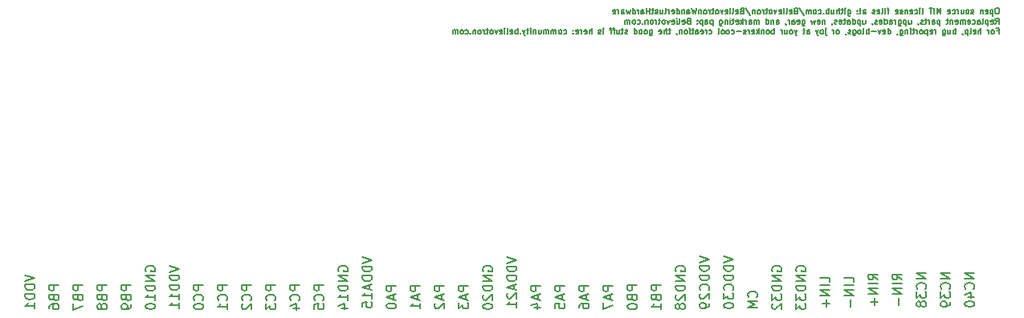
<source format=gbr>
G04 #@! TF.FileFunction,Legend,Bot*
%FSLAX46Y46*%
G04 Gerber Fmt 4.6, Leading zero omitted, Abs format (unit mm)*
G04 Created by KiCad (PCBNEW 4.0.4-stable) date 05/18/17 20:07:39*
%MOMM*%
%LPD*%
G01*
G04 APERTURE LIST*
%ADD10C,0.100000*%
%ADD11C,0.150000*%
G04 APERTURE END LIST*
D10*
D11*
X154047857Y37573571D02*
X153933571Y37573571D01*
X153876429Y37545000D01*
X153819286Y37487857D01*
X153790714Y37373571D01*
X153790714Y37173571D01*
X153819286Y37059286D01*
X153876429Y37002143D01*
X153933571Y36973571D01*
X154047857Y36973571D01*
X154105000Y37002143D01*
X154162143Y37059286D01*
X154190714Y37173571D01*
X154190714Y37373571D01*
X154162143Y37487857D01*
X154105000Y37545000D01*
X154047857Y37573571D01*
X153533572Y37373571D02*
X153533572Y36773571D01*
X153533572Y37345000D02*
X153476429Y37373571D01*
X153362143Y37373571D01*
X153305000Y37345000D01*
X153276429Y37316429D01*
X153247858Y37259286D01*
X153247858Y37087857D01*
X153276429Y37030714D01*
X153305000Y37002143D01*
X153362143Y36973571D01*
X153476429Y36973571D01*
X153533572Y37002143D01*
X152762143Y37002143D02*
X152819286Y36973571D01*
X152933572Y36973571D01*
X152990715Y37002143D01*
X153019286Y37059286D01*
X153019286Y37287857D01*
X152990715Y37345000D01*
X152933572Y37373571D01*
X152819286Y37373571D01*
X152762143Y37345000D01*
X152733572Y37287857D01*
X152733572Y37230714D01*
X153019286Y37173571D01*
X152476429Y37373571D02*
X152476429Y36973571D01*
X152476429Y37316429D02*
X152447857Y37345000D01*
X152390715Y37373571D01*
X152305000Y37373571D01*
X152247857Y37345000D01*
X152219286Y37287857D01*
X152219286Y36973571D01*
X151505000Y37002143D02*
X151447857Y36973571D01*
X151333572Y36973571D01*
X151276429Y37002143D01*
X151247857Y37059286D01*
X151247857Y37087857D01*
X151276429Y37145000D01*
X151333572Y37173571D01*
X151419286Y37173571D01*
X151476429Y37202143D01*
X151505000Y37259286D01*
X151505000Y37287857D01*
X151476429Y37345000D01*
X151419286Y37373571D01*
X151333572Y37373571D01*
X151276429Y37345000D01*
X150905001Y36973571D02*
X150962143Y37002143D01*
X150990715Y37030714D01*
X151019286Y37087857D01*
X151019286Y37259286D01*
X150990715Y37316429D01*
X150962143Y37345000D01*
X150905001Y37373571D01*
X150819286Y37373571D01*
X150762143Y37345000D01*
X150733572Y37316429D01*
X150705001Y37259286D01*
X150705001Y37087857D01*
X150733572Y37030714D01*
X150762143Y37002143D01*
X150819286Y36973571D01*
X150905001Y36973571D01*
X150190715Y37373571D02*
X150190715Y36973571D01*
X150447858Y37373571D02*
X150447858Y37059286D01*
X150419286Y37002143D01*
X150362144Y36973571D01*
X150276429Y36973571D01*
X150219286Y37002143D01*
X150190715Y37030714D01*
X149905001Y36973571D02*
X149905001Y37373571D01*
X149905001Y37259286D02*
X149876429Y37316429D01*
X149847858Y37345000D01*
X149790715Y37373571D01*
X149733572Y37373571D01*
X149276429Y37002143D02*
X149333572Y36973571D01*
X149447858Y36973571D01*
X149505000Y37002143D01*
X149533572Y37030714D01*
X149562143Y37087857D01*
X149562143Y37259286D01*
X149533572Y37316429D01*
X149505000Y37345000D01*
X149447858Y37373571D01*
X149333572Y37373571D01*
X149276429Y37345000D01*
X148790714Y37002143D02*
X148847857Y36973571D01*
X148962143Y36973571D01*
X149019286Y37002143D01*
X149047857Y37059286D01*
X149047857Y37287857D01*
X149019286Y37345000D01*
X148962143Y37373571D01*
X148847857Y37373571D01*
X148790714Y37345000D01*
X148762143Y37287857D01*
X148762143Y37230714D01*
X149047857Y37173571D01*
X148047857Y36973571D02*
X148047857Y37573571D01*
X147847857Y37145000D01*
X147647857Y37573571D01*
X147647857Y36973571D01*
X147362143Y36973571D02*
X147362143Y37573571D01*
X147162143Y37573571D02*
X146819286Y37573571D01*
X146990715Y36973571D02*
X146990715Y37573571D01*
X146076429Y36973571D02*
X146133571Y37002143D01*
X146162143Y37059286D01*
X146162143Y37573571D01*
X145847857Y36973571D02*
X145847857Y37373571D01*
X145847857Y37573571D02*
X145876428Y37545000D01*
X145847857Y37516429D01*
X145819285Y37545000D01*
X145847857Y37573571D01*
X145847857Y37516429D01*
X145305000Y37002143D02*
X145362143Y36973571D01*
X145476429Y36973571D01*
X145533571Y37002143D01*
X145562143Y37030714D01*
X145590714Y37087857D01*
X145590714Y37259286D01*
X145562143Y37316429D01*
X145533571Y37345000D01*
X145476429Y37373571D01*
X145362143Y37373571D01*
X145305000Y37345000D01*
X144819285Y37002143D02*
X144876428Y36973571D01*
X144990714Y36973571D01*
X145047857Y37002143D01*
X145076428Y37059286D01*
X145076428Y37287857D01*
X145047857Y37345000D01*
X144990714Y37373571D01*
X144876428Y37373571D01*
X144819285Y37345000D01*
X144790714Y37287857D01*
X144790714Y37230714D01*
X145076428Y37173571D01*
X144533571Y37373571D02*
X144533571Y36973571D01*
X144533571Y37316429D02*
X144504999Y37345000D01*
X144447857Y37373571D01*
X144362142Y37373571D01*
X144304999Y37345000D01*
X144276428Y37287857D01*
X144276428Y36973571D01*
X144019285Y37002143D02*
X143962142Y36973571D01*
X143847857Y36973571D01*
X143790714Y37002143D01*
X143762142Y37059286D01*
X143762142Y37087857D01*
X143790714Y37145000D01*
X143847857Y37173571D01*
X143933571Y37173571D01*
X143990714Y37202143D01*
X144019285Y37259286D01*
X144019285Y37287857D01*
X143990714Y37345000D01*
X143933571Y37373571D01*
X143847857Y37373571D01*
X143790714Y37345000D01*
X143276428Y37002143D02*
X143333571Y36973571D01*
X143447857Y36973571D01*
X143505000Y37002143D01*
X143533571Y37059286D01*
X143533571Y37287857D01*
X143505000Y37345000D01*
X143447857Y37373571D01*
X143333571Y37373571D01*
X143276428Y37345000D01*
X143247857Y37287857D01*
X143247857Y37230714D01*
X143533571Y37173571D01*
X142619285Y37373571D02*
X142390714Y37373571D01*
X142533571Y36973571D02*
X142533571Y37487857D01*
X142504999Y37545000D01*
X142447857Y37573571D01*
X142390714Y37573571D01*
X142190714Y36973571D02*
X142190714Y37373571D01*
X142190714Y37573571D02*
X142219285Y37545000D01*
X142190714Y37516429D01*
X142162142Y37545000D01*
X142190714Y37573571D01*
X142190714Y37516429D01*
X141819286Y36973571D02*
X141876428Y37002143D01*
X141905000Y37059286D01*
X141905000Y37573571D01*
X141362142Y37002143D02*
X141419285Y36973571D01*
X141533571Y36973571D01*
X141590714Y37002143D01*
X141619285Y37059286D01*
X141619285Y37287857D01*
X141590714Y37345000D01*
X141533571Y37373571D01*
X141419285Y37373571D01*
X141362142Y37345000D01*
X141333571Y37287857D01*
X141333571Y37230714D01*
X141619285Y37173571D01*
X141104999Y37002143D02*
X141047856Y36973571D01*
X140933571Y36973571D01*
X140876428Y37002143D01*
X140847856Y37059286D01*
X140847856Y37087857D01*
X140876428Y37145000D01*
X140933571Y37173571D01*
X141019285Y37173571D01*
X141076428Y37202143D01*
X141104999Y37259286D01*
X141104999Y37287857D01*
X141076428Y37345000D01*
X141019285Y37373571D01*
X140933571Y37373571D01*
X140876428Y37345000D01*
X139876428Y36973571D02*
X139876428Y37287857D01*
X139904999Y37345000D01*
X139962142Y37373571D01*
X140076428Y37373571D01*
X140133571Y37345000D01*
X139876428Y37002143D02*
X139933571Y36973571D01*
X140076428Y36973571D01*
X140133571Y37002143D01*
X140162142Y37059286D01*
X140162142Y37116429D01*
X140133571Y37173571D01*
X140076428Y37202143D01*
X139933571Y37202143D01*
X139876428Y37230714D01*
X139676428Y37373571D02*
X139447857Y37373571D01*
X139590714Y37573571D02*
X139590714Y37059286D01*
X139562142Y37002143D01*
X139505000Y36973571D01*
X139447857Y36973571D01*
X139247857Y37030714D02*
X139219285Y37002143D01*
X139247857Y36973571D01*
X139276428Y37002143D01*
X139247857Y37030714D01*
X139247857Y36973571D01*
X139247857Y37345000D02*
X139219285Y37316429D01*
X139247857Y37287857D01*
X139276428Y37316429D01*
X139247857Y37345000D01*
X139247857Y37287857D01*
X138247857Y37373571D02*
X138247857Y36887857D01*
X138276428Y36830714D01*
X138305000Y36802143D01*
X138362143Y36773571D01*
X138447857Y36773571D01*
X138505000Y36802143D01*
X138247857Y37002143D02*
X138305000Y36973571D01*
X138419286Y36973571D01*
X138476428Y37002143D01*
X138505000Y37030714D01*
X138533571Y37087857D01*
X138533571Y37259286D01*
X138505000Y37316429D01*
X138476428Y37345000D01*
X138419286Y37373571D01*
X138305000Y37373571D01*
X138247857Y37345000D01*
X137962143Y36973571D02*
X137962143Y37373571D01*
X137962143Y37573571D02*
X137990714Y37545000D01*
X137962143Y37516429D01*
X137933571Y37545000D01*
X137962143Y37573571D01*
X137962143Y37516429D01*
X137762143Y37373571D02*
X137533572Y37373571D01*
X137676429Y37573571D02*
X137676429Y37059286D01*
X137647857Y37002143D01*
X137590715Y36973571D01*
X137533572Y36973571D01*
X137333572Y36973571D02*
X137333572Y37573571D01*
X137076429Y36973571D02*
X137076429Y37287857D01*
X137105000Y37345000D01*
X137162143Y37373571D01*
X137247858Y37373571D01*
X137305000Y37345000D01*
X137333572Y37316429D01*
X136533572Y37373571D02*
X136533572Y36973571D01*
X136790715Y37373571D02*
X136790715Y37059286D01*
X136762143Y37002143D01*
X136705001Y36973571D01*
X136619286Y36973571D01*
X136562143Y37002143D01*
X136533572Y37030714D01*
X136247858Y36973571D02*
X136247858Y37573571D01*
X136247858Y37345000D02*
X136190715Y37373571D01*
X136076429Y37373571D01*
X136019286Y37345000D01*
X135990715Y37316429D01*
X135962144Y37259286D01*
X135962144Y37087857D01*
X135990715Y37030714D01*
X136019286Y37002143D01*
X136076429Y36973571D01*
X136190715Y36973571D01*
X136247858Y37002143D01*
X135705001Y37030714D02*
X135676429Y37002143D01*
X135705001Y36973571D01*
X135733572Y37002143D01*
X135705001Y37030714D01*
X135705001Y36973571D01*
X135162144Y37002143D02*
X135219287Y36973571D01*
X135333573Y36973571D01*
X135390715Y37002143D01*
X135419287Y37030714D01*
X135447858Y37087857D01*
X135447858Y37259286D01*
X135419287Y37316429D01*
X135390715Y37345000D01*
X135333573Y37373571D01*
X135219287Y37373571D01*
X135162144Y37345000D01*
X134819287Y36973571D02*
X134876429Y37002143D01*
X134905001Y37030714D01*
X134933572Y37087857D01*
X134933572Y37259286D01*
X134905001Y37316429D01*
X134876429Y37345000D01*
X134819287Y37373571D01*
X134733572Y37373571D01*
X134676429Y37345000D01*
X134647858Y37316429D01*
X134619287Y37259286D01*
X134619287Y37087857D01*
X134647858Y37030714D01*
X134676429Y37002143D01*
X134733572Y36973571D01*
X134819287Y36973571D01*
X134362144Y36973571D02*
X134362144Y37373571D01*
X134362144Y37316429D02*
X134333572Y37345000D01*
X134276430Y37373571D01*
X134190715Y37373571D01*
X134133572Y37345000D01*
X134105001Y37287857D01*
X134105001Y36973571D01*
X134105001Y37287857D02*
X134076430Y37345000D01*
X134019287Y37373571D01*
X133933572Y37373571D01*
X133876430Y37345000D01*
X133847858Y37287857D01*
X133847858Y36973571D01*
X133133572Y37602143D02*
X133647858Y36830714D01*
X132733573Y37287857D02*
X132647859Y37259286D01*
X132619287Y37230714D01*
X132590716Y37173571D01*
X132590716Y37087857D01*
X132619287Y37030714D01*
X132647859Y37002143D01*
X132705001Y36973571D01*
X132933573Y36973571D01*
X132933573Y37573571D01*
X132733573Y37573571D01*
X132676430Y37545000D01*
X132647859Y37516429D01*
X132619287Y37459286D01*
X132619287Y37402143D01*
X132647859Y37345000D01*
X132676430Y37316429D01*
X132733573Y37287857D01*
X132933573Y37287857D01*
X132105001Y37002143D02*
X132162144Y36973571D01*
X132276430Y36973571D01*
X132333573Y37002143D01*
X132362144Y37059286D01*
X132362144Y37287857D01*
X132333573Y37345000D01*
X132276430Y37373571D01*
X132162144Y37373571D01*
X132105001Y37345000D01*
X132076430Y37287857D01*
X132076430Y37230714D01*
X132362144Y37173571D01*
X131733573Y36973571D02*
X131790715Y37002143D01*
X131819287Y37059286D01*
X131819287Y37573571D01*
X131505001Y36973571D02*
X131505001Y37373571D01*
X131505001Y37573571D02*
X131533572Y37545000D01*
X131505001Y37516429D01*
X131476429Y37545000D01*
X131505001Y37573571D01*
X131505001Y37516429D01*
X130990715Y37002143D02*
X131047858Y36973571D01*
X131162144Y36973571D01*
X131219287Y37002143D01*
X131247858Y37059286D01*
X131247858Y37287857D01*
X131219287Y37345000D01*
X131162144Y37373571D01*
X131047858Y37373571D01*
X130990715Y37345000D01*
X130962144Y37287857D01*
X130962144Y37230714D01*
X131247858Y37173571D01*
X130762144Y37373571D02*
X130619287Y36973571D01*
X130476429Y37373571D01*
X130162144Y36973571D02*
X130219286Y37002143D01*
X130247858Y37030714D01*
X130276429Y37087857D01*
X130276429Y37259286D01*
X130247858Y37316429D01*
X130219286Y37345000D01*
X130162144Y37373571D01*
X130076429Y37373571D01*
X130019286Y37345000D01*
X129990715Y37316429D01*
X129962144Y37259286D01*
X129962144Y37087857D01*
X129990715Y37030714D01*
X130019286Y37002143D01*
X130076429Y36973571D01*
X130162144Y36973571D01*
X129790715Y37373571D02*
X129562144Y37373571D01*
X129705001Y37573571D02*
X129705001Y37059286D01*
X129676429Y37002143D01*
X129619287Y36973571D01*
X129562144Y36973571D01*
X129362144Y36973571D02*
X129362144Y37373571D01*
X129362144Y37259286D02*
X129333572Y37316429D01*
X129305001Y37345000D01*
X129247858Y37373571D01*
X129190715Y37373571D01*
X128905001Y36973571D02*
X128962143Y37002143D01*
X128990715Y37030714D01*
X129019286Y37087857D01*
X129019286Y37259286D01*
X128990715Y37316429D01*
X128962143Y37345000D01*
X128905001Y37373571D01*
X128819286Y37373571D01*
X128762143Y37345000D01*
X128733572Y37316429D01*
X128705001Y37259286D01*
X128705001Y37087857D01*
X128733572Y37030714D01*
X128762143Y37002143D01*
X128819286Y36973571D01*
X128905001Y36973571D01*
X128447858Y37373571D02*
X128447858Y36973571D01*
X128447858Y37316429D02*
X128419286Y37345000D01*
X128362144Y37373571D01*
X128276429Y37373571D01*
X128219286Y37345000D01*
X128190715Y37287857D01*
X128190715Y36973571D01*
X127476429Y37602143D02*
X127990715Y36830714D01*
X127076430Y37287857D02*
X126990716Y37259286D01*
X126962144Y37230714D01*
X126933573Y37173571D01*
X126933573Y37087857D01*
X126962144Y37030714D01*
X126990716Y37002143D01*
X127047858Y36973571D01*
X127276430Y36973571D01*
X127276430Y37573571D01*
X127076430Y37573571D01*
X127019287Y37545000D01*
X126990716Y37516429D01*
X126962144Y37459286D01*
X126962144Y37402143D01*
X126990716Y37345000D01*
X127019287Y37316429D01*
X127076430Y37287857D01*
X127276430Y37287857D01*
X126447858Y37002143D02*
X126505001Y36973571D01*
X126619287Y36973571D01*
X126676430Y37002143D01*
X126705001Y37059286D01*
X126705001Y37287857D01*
X126676430Y37345000D01*
X126619287Y37373571D01*
X126505001Y37373571D01*
X126447858Y37345000D01*
X126419287Y37287857D01*
X126419287Y37230714D01*
X126705001Y37173571D01*
X126076430Y36973571D02*
X126133572Y37002143D01*
X126162144Y37059286D01*
X126162144Y37573571D01*
X125847858Y36973571D02*
X125847858Y37373571D01*
X125847858Y37573571D02*
X125876429Y37545000D01*
X125847858Y37516429D01*
X125819286Y37545000D01*
X125847858Y37573571D01*
X125847858Y37516429D01*
X125333572Y37002143D02*
X125390715Y36973571D01*
X125505001Y36973571D01*
X125562144Y37002143D01*
X125590715Y37059286D01*
X125590715Y37287857D01*
X125562144Y37345000D01*
X125505001Y37373571D01*
X125390715Y37373571D01*
X125333572Y37345000D01*
X125305001Y37287857D01*
X125305001Y37230714D01*
X125590715Y37173571D01*
X125105001Y37373571D02*
X124962144Y36973571D01*
X124819286Y37373571D01*
X124505001Y36973571D02*
X124562143Y37002143D01*
X124590715Y37030714D01*
X124619286Y37087857D01*
X124619286Y37259286D01*
X124590715Y37316429D01*
X124562143Y37345000D01*
X124505001Y37373571D01*
X124419286Y37373571D01*
X124362143Y37345000D01*
X124333572Y37316429D01*
X124305001Y37259286D01*
X124305001Y37087857D01*
X124333572Y37030714D01*
X124362143Y37002143D01*
X124419286Y36973571D01*
X124505001Y36973571D01*
X124133572Y37373571D02*
X123905001Y37373571D01*
X124047858Y37573571D02*
X124047858Y37059286D01*
X124019286Y37002143D01*
X123962144Y36973571D01*
X123905001Y36973571D01*
X123705001Y36973571D02*
X123705001Y37373571D01*
X123705001Y37259286D02*
X123676429Y37316429D01*
X123647858Y37345000D01*
X123590715Y37373571D01*
X123533572Y37373571D01*
X123247858Y36973571D02*
X123305000Y37002143D01*
X123333572Y37030714D01*
X123362143Y37087857D01*
X123362143Y37259286D01*
X123333572Y37316429D01*
X123305000Y37345000D01*
X123247858Y37373571D01*
X123162143Y37373571D01*
X123105000Y37345000D01*
X123076429Y37316429D01*
X123047858Y37259286D01*
X123047858Y37087857D01*
X123076429Y37030714D01*
X123105000Y37002143D01*
X123162143Y36973571D01*
X123247858Y36973571D01*
X122790715Y37373571D02*
X122790715Y36973571D01*
X122790715Y37316429D02*
X122762143Y37345000D01*
X122705001Y37373571D01*
X122619286Y37373571D01*
X122562143Y37345000D01*
X122533572Y37287857D01*
X122533572Y36973571D01*
X122305001Y37573571D02*
X122162144Y36973571D01*
X122047858Y37402143D01*
X121933572Y36973571D01*
X121790715Y37573571D01*
X121305001Y36973571D02*
X121305001Y37287857D01*
X121333572Y37345000D01*
X121390715Y37373571D01*
X121505001Y37373571D01*
X121562144Y37345000D01*
X121305001Y37002143D02*
X121362144Y36973571D01*
X121505001Y36973571D01*
X121562144Y37002143D01*
X121590715Y37059286D01*
X121590715Y37116429D01*
X121562144Y37173571D01*
X121505001Y37202143D01*
X121362144Y37202143D01*
X121305001Y37230714D01*
X121019287Y37373571D02*
X121019287Y36973571D01*
X121019287Y37316429D02*
X120990715Y37345000D01*
X120933573Y37373571D01*
X120847858Y37373571D01*
X120790715Y37345000D01*
X120762144Y37287857D01*
X120762144Y36973571D01*
X120219287Y36973571D02*
X120219287Y37573571D01*
X120219287Y37002143D02*
X120276430Y36973571D01*
X120390716Y36973571D01*
X120447858Y37002143D01*
X120476430Y37030714D01*
X120505001Y37087857D01*
X120505001Y37259286D01*
X120476430Y37316429D01*
X120447858Y37345000D01*
X120390716Y37373571D01*
X120276430Y37373571D01*
X120219287Y37345000D01*
X119705001Y37002143D02*
X119762144Y36973571D01*
X119876430Y36973571D01*
X119933573Y37002143D01*
X119962144Y37059286D01*
X119962144Y37287857D01*
X119933573Y37345000D01*
X119876430Y37373571D01*
X119762144Y37373571D01*
X119705001Y37345000D01*
X119676430Y37287857D01*
X119676430Y37230714D01*
X119962144Y37173571D01*
X119419287Y36973571D02*
X119419287Y37373571D01*
X119419287Y37259286D02*
X119390715Y37316429D01*
X119362144Y37345000D01*
X119305001Y37373571D01*
X119247858Y37373571D01*
X118962144Y36973571D02*
X119019286Y37002143D01*
X119047858Y37059286D01*
X119047858Y37573571D01*
X118476429Y37373571D02*
X118476429Y36973571D01*
X118733572Y37373571D02*
X118733572Y37059286D01*
X118705000Y37002143D01*
X118647858Y36973571D01*
X118562143Y36973571D01*
X118505000Y37002143D01*
X118476429Y37030714D01*
X118219286Y37002143D02*
X118162143Y36973571D01*
X118047858Y36973571D01*
X117990715Y37002143D01*
X117962143Y37059286D01*
X117962143Y37087857D01*
X117990715Y37145000D01*
X118047858Y37173571D01*
X118133572Y37173571D01*
X118190715Y37202143D01*
X118219286Y37259286D01*
X118219286Y37287857D01*
X118190715Y37345000D01*
X118133572Y37373571D01*
X118047858Y37373571D01*
X117990715Y37345000D01*
X117790715Y37373571D02*
X117562144Y37373571D01*
X117705001Y37573571D02*
X117705001Y37059286D01*
X117676429Y37002143D01*
X117619287Y36973571D01*
X117562144Y36973571D01*
X117362144Y36973571D02*
X117362144Y37573571D01*
X117362144Y37287857D02*
X117019287Y37287857D01*
X117019287Y36973571D02*
X117019287Y37573571D01*
X116476430Y36973571D02*
X116476430Y37287857D01*
X116505001Y37345000D01*
X116562144Y37373571D01*
X116676430Y37373571D01*
X116733573Y37345000D01*
X116476430Y37002143D02*
X116533573Y36973571D01*
X116676430Y36973571D01*
X116733573Y37002143D01*
X116762144Y37059286D01*
X116762144Y37116429D01*
X116733573Y37173571D01*
X116676430Y37202143D01*
X116533573Y37202143D01*
X116476430Y37230714D01*
X116190716Y36973571D02*
X116190716Y37373571D01*
X116190716Y37259286D02*
X116162144Y37316429D01*
X116133573Y37345000D01*
X116076430Y37373571D01*
X116019287Y37373571D01*
X115562144Y36973571D02*
X115562144Y37573571D01*
X115562144Y37002143D02*
X115619287Y36973571D01*
X115733573Y36973571D01*
X115790715Y37002143D01*
X115819287Y37030714D01*
X115847858Y37087857D01*
X115847858Y37259286D01*
X115819287Y37316429D01*
X115790715Y37345000D01*
X115733573Y37373571D01*
X115619287Y37373571D01*
X115562144Y37345000D01*
X115333573Y37373571D02*
X115219287Y36973571D01*
X115105001Y37259286D01*
X114990716Y36973571D01*
X114876430Y37373571D01*
X114390716Y36973571D02*
X114390716Y37287857D01*
X114419287Y37345000D01*
X114476430Y37373571D01*
X114590716Y37373571D01*
X114647859Y37345000D01*
X114390716Y37002143D02*
X114447859Y36973571D01*
X114590716Y36973571D01*
X114647859Y37002143D01*
X114676430Y37059286D01*
X114676430Y37116429D01*
X114647859Y37173571D01*
X114590716Y37202143D01*
X114447859Y37202143D01*
X114390716Y37230714D01*
X114105002Y36973571D02*
X114105002Y37373571D01*
X114105002Y37259286D02*
X114076430Y37316429D01*
X114047859Y37345000D01*
X113990716Y37373571D01*
X113933573Y37373571D01*
X113505001Y37002143D02*
X113562144Y36973571D01*
X113676430Y36973571D01*
X113733573Y37002143D01*
X113762144Y37059286D01*
X113762144Y37287857D01*
X113733573Y37345000D01*
X113676430Y37373571D01*
X113562144Y37373571D01*
X113505001Y37345000D01*
X113476430Y37287857D01*
X113476430Y37230714D01*
X113762144Y37173571D01*
X153819286Y35923571D02*
X154019286Y36209286D01*
X154162143Y35923571D02*
X154162143Y36523571D01*
X153933571Y36523571D01*
X153876429Y36495000D01*
X153847857Y36466429D01*
X153819286Y36409286D01*
X153819286Y36323571D01*
X153847857Y36266429D01*
X153876429Y36237857D01*
X153933571Y36209286D01*
X154162143Y36209286D01*
X153333571Y35952143D02*
X153390714Y35923571D01*
X153505000Y35923571D01*
X153562143Y35952143D01*
X153590714Y36009286D01*
X153590714Y36237857D01*
X153562143Y36295000D01*
X153505000Y36323571D01*
X153390714Y36323571D01*
X153333571Y36295000D01*
X153305000Y36237857D01*
X153305000Y36180714D01*
X153590714Y36123571D01*
X153047857Y36323571D02*
X153047857Y35723571D01*
X153047857Y36295000D02*
X152990714Y36323571D01*
X152876428Y36323571D01*
X152819285Y36295000D01*
X152790714Y36266429D01*
X152762143Y36209286D01*
X152762143Y36037857D01*
X152790714Y35980714D01*
X152819285Y35952143D01*
X152876428Y35923571D01*
X152990714Y35923571D01*
X153047857Y35952143D01*
X152419286Y35923571D02*
X152476428Y35952143D01*
X152505000Y36009286D01*
X152505000Y36523571D01*
X151933571Y35923571D02*
X151933571Y36237857D01*
X151962142Y36295000D01*
X152019285Y36323571D01*
X152133571Y36323571D01*
X152190714Y36295000D01*
X151933571Y35952143D02*
X151990714Y35923571D01*
X152133571Y35923571D01*
X152190714Y35952143D01*
X152219285Y36009286D01*
X152219285Y36066429D01*
X152190714Y36123571D01*
X152133571Y36152143D01*
X151990714Y36152143D01*
X151933571Y36180714D01*
X151390714Y35952143D02*
X151447857Y35923571D01*
X151562143Y35923571D01*
X151619285Y35952143D01*
X151647857Y35980714D01*
X151676428Y36037857D01*
X151676428Y36209286D01*
X151647857Y36266429D01*
X151619285Y36295000D01*
X151562143Y36323571D01*
X151447857Y36323571D01*
X151390714Y36295000D01*
X150904999Y35952143D02*
X150962142Y35923571D01*
X151076428Y35923571D01*
X151133571Y35952143D01*
X151162142Y36009286D01*
X151162142Y36237857D01*
X151133571Y36295000D01*
X151076428Y36323571D01*
X150962142Y36323571D01*
X150904999Y36295000D01*
X150876428Y36237857D01*
X150876428Y36180714D01*
X151162142Y36123571D01*
X150619285Y35923571D02*
X150619285Y36323571D01*
X150619285Y36266429D02*
X150590713Y36295000D01*
X150533571Y36323571D01*
X150447856Y36323571D01*
X150390713Y36295000D01*
X150362142Y36237857D01*
X150362142Y35923571D01*
X150362142Y36237857D02*
X150333571Y36295000D01*
X150276428Y36323571D01*
X150190713Y36323571D01*
X150133571Y36295000D01*
X150104999Y36237857D01*
X150104999Y35923571D01*
X149590713Y35952143D02*
X149647856Y35923571D01*
X149762142Y35923571D01*
X149819285Y35952143D01*
X149847856Y36009286D01*
X149847856Y36237857D01*
X149819285Y36295000D01*
X149762142Y36323571D01*
X149647856Y36323571D01*
X149590713Y36295000D01*
X149562142Y36237857D01*
X149562142Y36180714D01*
X149847856Y36123571D01*
X149304999Y36323571D02*
X149304999Y35923571D01*
X149304999Y36266429D02*
X149276427Y36295000D01*
X149219285Y36323571D01*
X149133570Y36323571D01*
X149076427Y36295000D01*
X149047856Y36237857D01*
X149047856Y35923571D01*
X148847856Y36323571D02*
X148619285Y36323571D01*
X148762142Y36523571D02*
X148762142Y36009286D01*
X148733570Y35952143D01*
X148676428Y35923571D01*
X148619285Y35923571D01*
X147962142Y36323571D02*
X147962142Y35723571D01*
X147962142Y36295000D02*
X147904999Y36323571D01*
X147790713Y36323571D01*
X147733570Y36295000D01*
X147704999Y36266429D01*
X147676428Y36209286D01*
X147676428Y36037857D01*
X147704999Y35980714D01*
X147733570Y35952143D01*
X147790713Y35923571D01*
X147904999Y35923571D01*
X147962142Y35952143D01*
X147162142Y35923571D02*
X147162142Y36237857D01*
X147190713Y36295000D01*
X147247856Y36323571D01*
X147362142Y36323571D01*
X147419285Y36295000D01*
X147162142Y35952143D02*
X147219285Y35923571D01*
X147362142Y35923571D01*
X147419285Y35952143D01*
X147447856Y36009286D01*
X147447856Y36066429D01*
X147419285Y36123571D01*
X147362142Y36152143D01*
X147219285Y36152143D01*
X147162142Y36180714D01*
X146876428Y35923571D02*
X146876428Y36323571D01*
X146876428Y36209286D02*
X146847856Y36266429D01*
X146819285Y36295000D01*
X146762142Y36323571D01*
X146704999Y36323571D01*
X146590713Y36323571D02*
X146362142Y36323571D01*
X146504999Y36523571D02*
X146504999Y36009286D01*
X146476427Y35952143D01*
X146419285Y35923571D01*
X146362142Y35923571D01*
X146190713Y35952143D02*
X146133570Y35923571D01*
X146019285Y35923571D01*
X145962142Y35952143D01*
X145933570Y36009286D01*
X145933570Y36037857D01*
X145962142Y36095000D01*
X146019285Y36123571D01*
X146104999Y36123571D01*
X146162142Y36152143D01*
X146190713Y36209286D01*
X146190713Y36237857D01*
X146162142Y36295000D01*
X146104999Y36323571D01*
X146019285Y36323571D01*
X145962142Y36295000D01*
X145647856Y35952143D02*
X145647856Y35923571D01*
X145676428Y35866429D01*
X145704999Y35837857D01*
X144676428Y36323571D02*
X144676428Y35923571D01*
X144933571Y36323571D02*
X144933571Y36009286D01*
X144904999Y35952143D01*
X144847857Y35923571D01*
X144762142Y35923571D01*
X144704999Y35952143D01*
X144676428Y35980714D01*
X144390714Y36323571D02*
X144390714Y35723571D01*
X144390714Y36295000D02*
X144333571Y36323571D01*
X144219285Y36323571D01*
X144162142Y36295000D01*
X144133571Y36266429D01*
X144105000Y36209286D01*
X144105000Y36037857D01*
X144133571Y35980714D01*
X144162142Y35952143D01*
X144219285Y35923571D01*
X144333571Y35923571D01*
X144390714Y35952143D01*
X143590714Y36323571D02*
X143590714Y35837857D01*
X143619285Y35780714D01*
X143647857Y35752143D01*
X143705000Y35723571D01*
X143790714Y35723571D01*
X143847857Y35752143D01*
X143590714Y35952143D02*
X143647857Y35923571D01*
X143762143Y35923571D01*
X143819285Y35952143D01*
X143847857Y35980714D01*
X143876428Y36037857D01*
X143876428Y36209286D01*
X143847857Y36266429D01*
X143819285Y36295000D01*
X143762143Y36323571D01*
X143647857Y36323571D01*
X143590714Y36295000D01*
X143305000Y35923571D02*
X143305000Y36323571D01*
X143305000Y36209286D02*
X143276428Y36266429D01*
X143247857Y36295000D01*
X143190714Y36323571D01*
X143133571Y36323571D01*
X142676428Y35923571D02*
X142676428Y36237857D01*
X142704999Y36295000D01*
X142762142Y36323571D01*
X142876428Y36323571D01*
X142933571Y36295000D01*
X142676428Y35952143D02*
X142733571Y35923571D01*
X142876428Y35923571D01*
X142933571Y35952143D01*
X142962142Y36009286D01*
X142962142Y36066429D01*
X142933571Y36123571D01*
X142876428Y36152143D01*
X142733571Y36152143D01*
X142676428Y36180714D01*
X142133571Y35923571D02*
X142133571Y36523571D01*
X142133571Y35952143D02*
X142190714Y35923571D01*
X142305000Y35923571D01*
X142362142Y35952143D01*
X142390714Y35980714D01*
X142419285Y36037857D01*
X142419285Y36209286D01*
X142390714Y36266429D01*
X142362142Y36295000D01*
X142305000Y36323571D01*
X142190714Y36323571D01*
X142133571Y36295000D01*
X141619285Y35952143D02*
X141676428Y35923571D01*
X141790714Y35923571D01*
X141847857Y35952143D01*
X141876428Y36009286D01*
X141876428Y36237857D01*
X141847857Y36295000D01*
X141790714Y36323571D01*
X141676428Y36323571D01*
X141619285Y36295000D01*
X141590714Y36237857D01*
X141590714Y36180714D01*
X141876428Y36123571D01*
X141362142Y35952143D02*
X141304999Y35923571D01*
X141190714Y35923571D01*
X141133571Y35952143D01*
X141104999Y36009286D01*
X141104999Y36037857D01*
X141133571Y36095000D01*
X141190714Y36123571D01*
X141276428Y36123571D01*
X141333571Y36152143D01*
X141362142Y36209286D01*
X141362142Y36237857D01*
X141333571Y36295000D01*
X141276428Y36323571D01*
X141190714Y36323571D01*
X141133571Y36295000D01*
X140819285Y35952143D02*
X140819285Y35923571D01*
X140847857Y35866429D01*
X140876428Y35837857D01*
X139847857Y36323571D02*
X139847857Y35923571D01*
X140105000Y36323571D02*
X140105000Y36009286D01*
X140076428Y35952143D01*
X140019286Y35923571D01*
X139933571Y35923571D01*
X139876428Y35952143D01*
X139847857Y35980714D01*
X139562143Y36323571D02*
X139562143Y35723571D01*
X139562143Y36295000D02*
X139505000Y36323571D01*
X139390714Y36323571D01*
X139333571Y36295000D01*
X139305000Y36266429D01*
X139276429Y36209286D01*
X139276429Y36037857D01*
X139305000Y35980714D01*
X139333571Y35952143D01*
X139390714Y35923571D01*
X139505000Y35923571D01*
X139562143Y35952143D01*
X138762143Y35923571D02*
X138762143Y36523571D01*
X138762143Y35952143D02*
X138819286Y35923571D01*
X138933572Y35923571D01*
X138990714Y35952143D01*
X139019286Y35980714D01*
X139047857Y36037857D01*
X139047857Y36209286D01*
X139019286Y36266429D01*
X138990714Y36295000D01*
X138933572Y36323571D01*
X138819286Y36323571D01*
X138762143Y36295000D01*
X138219286Y35923571D02*
X138219286Y36237857D01*
X138247857Y36295000D01*
X138305000Y36323571D01*
X138419286Y36323571D01*
X138476429Y36295000D01*
X138219286Y35952143D02*
X138276429Y35923571D01*
X138419286Y35923571D01*
X138476429Y35952143D01*
X138505000Y36009286D01*
X138505000Y36066429D01*
X138476429Y36123571D01*
X138419286Y36152143D01*
X138276429Y36152143D01*
X138219286Y36180714D01*
X138019286Y36323571D02*
X137790715Y36323571D01*
X137933572Y36523571D02*
X137933572Y36009286D01*
X137905000Y35952143D01*
X137847858Y35923571D01*
X137790715Y35923571D01*
X137362143Y35952143D02*
X137419286Y35923571D01*
X137533572Y35923571D01*
X137590715Y35952143D01*
X137619286Y36009286D01*
X137619286Y36237857D01*
X137590715Y36295000D01*
X137533572Y36323571D01*
X137419286Y36323571D01*
X137362143Y36295000D01*
X137333572Y36237857D01*
X137333572Y36180714D01*
X137619286Y36123571D01*
X137105000Y35952143D02*
X137047857Y35923571D01*
X136933572Y35923571D01*
X136876429Y35952143D01*
X136847857Y36009286D01*
X136847857Y36037857D01*
X136876429Y36095000D01*
X136933572Y36123571D01*
X137019286Y36123571D01*
X137076429Y36152143D01*
X137105000Y36209286D01*
X137105000Y36237857D01*
X137076429Y36295000D01*
X137019286Y36323571D01*
X136933572Y36323571D01*
X136876429Y36295000D01*
X136562143Y35952143D02*
X136562143Y35923571D01*
X136590715Y35866429D01*
X136619286Y35837857D01*
X135847858Y36323571D02*
X135847858Y35923571D01*
X135847858Y36266429D02*
X135819286Y36295000D01*
X135762144Y36323571D01*
X135676429Y36323571D01*
X135619286Y36295000D01*
X135590715Y36237857D01*
X135590715Y35923571D01*
X135076429Y35952143D02*
X135133572Y35923571D01*
X135247858Y35923571D01*
X135305001Y35952143D01*
X135333572Y36009286D01*
X135333572Y36237857D01*
X135305001Y36295000D01*
X135247858Y36323571D01*
X135133572Y36323571D01*
X135076429Y36295000D01*
X135047858Y36237857D01*
X135047858Y36180714D01*
X135333572Y36123571D01*
X134847858Y36323571D02*
X134733572Y35923571D01*
X134619286Y36209286D01*
X134505001Y35923571D01*
X134390715Y36323571D01*
X133447858Y36323571D02*
X133447858Y35837857D01*
X133476429Y35780714D01*
X133505001Y35752143D01*
X133562144Y35723571D01*
X133647858Y35723571D01*
X133705001Y35752143D01*
X133447858Y35952143D02*
X133505001Y35923571D01*
X133619287Y35923571D01*
X133676429Y35952143D01*
X133705001Y35980714D01*
X133733572Y36037857D01*
X133733572Y36209286D01*
X133705001Y36266429D01*
X133676429Y36295000D01*
X133619287Y36323571D01*
X133505001Y36323571D01*
X133447858Y36295000D01*
X132933572Y35952143D02*
X132990715Y35923571D01*
X133105001Y35923571D01*
X133162144Y35952143D01*
X133190715Y36009286D01*
X133190715Y36237857D01*
X133162144Y36295000D01*
X133105001Y36323571D01*
X132990715Y36323571D01*
X132933572Y36295000D01*
X132905001Y36237857D01*
X132905001Y36180714D01*
X133190715Y36123571D01*
X132390715Y35923571D02*
X132390715Y36237857D01*
X132419286Y36295000D01*
X132476429Y36323571D01*
X132590715Y36323571D01*
X132647858Y36295000D01*
X132390715Y35952143D02*
X132447858Y35923571D01*
X132590715Y35923571D01*
X132647858Y35952143D01*
X132676429Y36009286D01*
X132676429Y36066429D01*
X132647858Y36123571D01*
X132590715Y36152143D01*
X132447858Y36152143D01*
X132390715Y36180714D01*
X132105001Y35923571D02*
X132105001Y36323571D01*
X132105001Y36209286D02*
X132076429Y36266429D01*
X132047858Y36295000D01*
X131990715Y36323571D01*
X131933572Y36323571D01*
X131705000Y35952143D02*
X131705000Y35923571D01*
X131733572Y35866429D01*
X131762143Y35837857D01*
X130733572Y35923571D02*
X130733572Y36237857D01*
X130762143Y36295000D01*
X130819286Y36323571D01*
X130933572Y36323571D01*
X130990715Y36295000D01*
X130733572Y35952143D02*
X130790715Y35923571D01*
X130933572Y35923571D01*
X130990715Y35952143D01*
X131019286Y36009286D01*
X131019286Y36066429D01*
X130990715Y36123571D01*
X130933572Y36152143D01*
X130790715Y36152143D01*
X130733572Y36180714D01*
X130447858Y36323571D02*
X130447858Y35923571D01*
X130447858Y36266429D02*
X130419286Y36295000D01*
X130362144Y36323571D01*
X130276429Y36323571D01*
X130219286Y36295000D01*
X130190715Y36237857D01*
X130190715Y35923571D01*
X129647858Y35923571D02*
X129647858Y36523571D01*
X129647858Y35952143D02*
X129705001Y35923571D01*
X129819287Y35923571D01*
X129876429Y35952143D01*
X129905001Y35980714D01*
X129933572Y36037857D01*
X129933572Y36209286D01*
X129905001Y36266429D01*
X129876429Y36295000D01*
X129819287Y36323571D01*
X129705001Y36323571D01*
X129647858Y36295000D01*
X128905001Y35923571D02*
X128905001Y36323571D01*
X128905001Y36266429D02*
X128876429Y36295000D01*
X128819287Y36323571D01*
X128733572Y36323571D01*
X128676429Y36295000D01*
X128647858Y36237857D01*
X128647858Y35923571D01*
X128647858Y36237857D02*
X128619287Y36295000D01*
X128562144Y36323571D01*
X128476429Y36323571D01*
X128419287Y36295000D01*
X128390715Y36237857D01*
X128390715Y35923571D01*
X127847858Y35923571D02*
X127847858Y36237857D01*
X127876429Y36295000D01*
X127933572Y36323571D01*
X128047858Y36323571D01*
X128105001Y36295000D01*
X127847858Y35952143D02*
X127905001Y35923571D01*
X128047858Y35923571D01*
X128105001Y35952143D01*
X128133572Y36009286D01*
X128133572Y36066429D01*
X128105001Y36123571D01*
X128047858Y36152143D01*
X127905001Y36152143D01*
X127847858Y36180714D01*
X127562144Y35923571D02*
X127562144Y36323571D01*
X127562144Y36209286D02*
X127533572Y36266429D01*
X127505001Y36295000D01*
X127447858Y36323571D01*
X127390715Y36323571D01*
X127190715Y35923571D02*
X127190715Y36523571D01*
X127133572Y36152143D02*
X126962143Y35923571D01*
X126962143Y36323571D02*
X127190715Y36095000D01*
X126476429Y35952143D02*
X126533572Y35923571D01*
X126647858Y35923571D01*
X126705001Y35952143D01*
X126733572Y36009286D01*
X126733572Y36237857D01*
X126705001Y36295000D01*
X126647858Y36323571D01*
X126533572Y36323571D01*
X126476429Y36295000D01*
X126447858Y36237857D01*
X126447858Y36180714D01*
X126733572Y36123571D01*
X126276429Y36323571D02*
X126047858Y36323571D01*
X126190715Y36523571D02*
X126190715Y36009286D01*
X126162143Y35952143D01*
X126105001Y35923571D01*
X126047858Y35923571D01*
X125847858Y35923571D02*
X125847858Y36323571D01*
X125847858Y36523571D02*
X125876429Y36495000D01*
X125847858Y36466429D01*
X125819286Y36495000D01*
X125847858Y36523571D01*
X125847858Y36466429D01*
X125562144Y36323571D02*
X125562144Y35923571D01*
X125562144Y36266429D02*
X125533572Y36295000D01*
X125476430Y36323571D01*
X125390715Y36323571D01*
X125333572Y36295000D01*
X125305001Y36237857D01*
X125305001Y35923571D01*
X124762144Y36323571D02*
X124762144Y35837857D01*
X124790715Y35780714D01*
X124819287Y35752143D01*
X124876430Y35723571D01*
X124962144Y35723571D01*
X125019287Y35752143D01*
X124762144Y35952143D02*
X124819287Y35923571D01*
X124933573Y35923571D01*
X124990715Y35952143D01*
X125019287Y35980714D01*
X125047858Y36037857D01*
X125047858Y36209286D01*
X125019287Y36266429D01*
X124990715Y36295000D01*
X124933573Y36323571D01*
X124819287Y36323571D01*
X124762144Y36295000D01*
X124019287Y36323571D02*
X124019287Y35723571D01*
X124019287Y36295000D02*
X123962144Y36323571D01*
X123847858Y36323571D01*
X123790715Y36295000D01*
X123762144Y36266429D01*
X123733573Y36209286D01*
X123733573Y36037857D01*
X123762144Y35980714D01*
X123790715Y35952143D01*
X123847858Y35923571D01*
X123962144Y35923571D01*
X124019287Y35952143D01*
X123219287Y35923571D02*
X123219287Y36237857D01*
X123247858Y36295000D01*
X123305001Y36323571D01*
X123419287Y36323571D01*
X123476430Y36295000D01*
X123219287Y35952143D02*
X123276430Y35923571D01*
X123419287Y35923571D01*
X123476430Y35952143D01*
X123505001Y36009286D01*
X123505001Y36066429D01*
X123476430Y36123571D01*
X123419287Y36152143D01*
X123276430Y36152143D01*
X123219287Y36180714D01*
X122933573Y36323571D02*
X122933573Y35723571D01*
X122933573Y36295000D02*
X122876430Y36323571D01*
X122762144Y36323571D01*
X122705001Y36295000D01*
X122676430Y36266429D01*
X122647859Y36209286D01*
X122647859Y36037857D01*
X122676430Y35980714D01*
X122705001Y35952143D01*
X122762144Y35923571D01*
X122876430Y35923571D01*
X122933573Y35952143D01*
X122390716Y35980714D02*
X122362144Y35952143D01*
X122390716Y35923571D01*
X122419287Y35952143D01*
X122390716Y35980714D01*
X122390716Y35923571D01*
X122390716Y36295000D02*
X122362144Y36266429D01*
X122390716Y36237857D01*
X122419287Y36266429D01*
X122390716Y36295000D01*
X122390716Y36237857D01*
X121447859Y36237857D02*
X121362145Y36209286D01*
X121333573Y36180714D01*
X121305002Y36123571D01*
X121305002Y36037857D01*
X121333573Y35980714D01*
X121362145Y35952143D01*
X121419287Y35923571D01*
X121647859Y35923571D01*
X121647859Y36523571D01*
X121447859Y36523571D01*
X121390716Y36495000D01*
X121362145Y36466429D01*
X121333573Y36409286D01*
X121333573Y36352143D01*
X121362145Y36295000D01*
X121390716Y36266429D01*
X121447859Y36237857D01*
X121647859Y36237857D01*
X120819287Y35952143D02*
X120876430Y35923571D01*
X120990716Y35923571D01*
X121047859Y35952143D01*
X121076430Y36009286D01*
X121076430Y36237857D01*
X121047859Y36295000D01*
X120990716Y36323571D01*
X120876430Y36323571D01*
X120819287Y36295000D01*
X120790716Y36237857D01*
X120790716Y36180714D01*
X121076430Y36123571D01*
X120447859Y35923571D02*
X120505001Y35952143D01*
X120533573Y36009286D01*
X120533573Y36523571D01*
X120219287Y35923571D02*
X120219287Y36323571D01*
X120219287Y36523571D02*
X120247858Y36495000D01*
X120219287Y36466429D01*
X120190715Y36495000D01*
X120219287Y36523571D01*
X120219287Y36466429D01*
X119705001Y35952143D02*
X119762144Y35923571D01*
X119876430Y35923571D01*
X119933573Y35952143D01*
X119962144Y36009286D01*
X119962144Y36237857D01*
X119933573Y36295000D01*
X119876430Y36323571D01*
X119762144Y36323571D01*
X119705001Y36295000D01*
X119676430Y36237857D01*
X119676430Y36180714D01*
X119962144Y36123571D01*
X119476430Y36323571D02*
X119333573Y35923571D01*
X119190715Y36323571D01*
X118876430Y35923571D02*
X118933572Y35952143D01*
X118962144Y35980714D01*
X118990715Y36037857D01*
X118990715Y36209286D01*
X118962144Y36266429D01*
X118933572Y36295000D01*
X118876430Y36323571D01*
X118790715Y36323571D01*
X118733572Y36295000D01*
X118705001Y36266429D01*
X118676430Y36209286D01*
X118676430Y36037857D01*
X118705001Y35980714D01*
X118733572Y35952143D01*
X118790715Y35923571D01*
X118876430Y35923571D01*
X118505001Y36323571D02*
X118276430Y36323571D01*
X118419287Y36523571D02*
X118419287Y36009286D01*
X118390715Y35952143D01*
X118333573Y35923571D01*
X118276430Y35923571D01*
X118076430Y35923571D02*
X118076430Y36323571D01*
X118076430Y36209286D02*
X118047858Y36266429D01*
X118019287Y36295000D01*
X117962144Y36323571D01*
X117905001Y36323571D01*
X117619287Y35923571D02*
X117676429Y35952143D01*
X117705001Y35980714D01*
X117733572Y36037857D01*
X117733572Y36209286D01*
X117705001Y36266429D01*
X117676429Y36295000D01*
X117619287Y36323571D01*
X117533572Y36323571D01*
X117476429Y36295000D01*
X117447858Y36266429D01*
X117419287Y36209286D01*
X117419287Y36037857D01*
X117447858Y35980714D01*
X117476429Y35952143D01*
X117533572Y35923571D01*
X117619287Y35923571D01*
X117162144Y36323571D02*
X117162144Y35923571D01*
X117162144Y36266429D02*
X117133572Y36295000D01*
X117076430Y36323571D01*
X116990715Y36323571D01*
X116933572Y36295000D01*
X116905001Y36237857D01*
X116905001Y35923571D01*
X116619287Y35980714D02*
X116590715Y35952143D01*
X116619287Y35923571D01*
X116647858Y35952143D01*
X116619287Y35980714D01*
X116619287Y35923571D01*
X116076430Y35952143D02*
X116133573Y35923571D01*
X116247859Y35923571D01*
X116305001Y35952143D01*
X116333573Y35980714D01*
X116362144Y36037857D01*
X116362144Y36209286D01*
X116333573Y36266429D01*
X116305001Y36295000D01*
X116247859Y36323571D01*
X116133573Y36323571D01*
X116076430Y36295000D01*
X115733573Y35923571D02*
X115790715Y35952143D01*
X115819287Y35980714D01*
X115847858Y36037857D01*
X115847858Y36209286D01*
X115819287Y36266429D01*
X115790715Y36295000D01*
X115733573Y36323571D01*
X115647858Y36323571D01*
X115590715Y36295000D01*
X115562144Y36266429D01*
X115533573Y36209286D01*
X115533573Y36037857D01*
X115562144Y35980714D01*
X115590715Y35952143D01*
X115647858Y35923571D01*
X115733573Y35923571D01*
X115276430Y35923571D02*
X115276430Y36323571D01*
X115276430Y36266429D02*
X115247858Y36295000D01*
X115190716Y36323571D01*
X115105001Y36323571D01*
X115047858Y36295000D01*
X115019287Y36237857D01*
X115019287Y35923571D01*
X115019287Y36237857D02*
X114990716Y36295000D01*
X114933573Y36323571D01*
X114847858Y36323571D01*
X114790716Y36295000D01*
X114762144Y36237857D01*
X114762144Y35923571D01*
X153962143Y35187857D02*
X154162143Y35187857D01*
X154162143Y34873571D02*
X154162143Y35473571D01*
X153876429Y35473571D01*
X153562143Y34873571D02*
X153619285Y34902143D01*
X153647857Y34930714D01*
X153676428Y34987857D01*
X153676428Y35159286D01*
X153647857Y35216429D01*
X153619285Y35245000D01*
X153562143Y35273571D01*
X153476428Y35273571D01*
X153419285Y35245000D01*
X153390714Y35216429D01*
X153362143Y35159286D01*
X153362143Y34987857D01*
X153390714Y34930714D01*
X153419285Y34902143D01*
X153476428Y34873571D01*
X153562143Y34873571D01*
X153105000Y34873571D02*
X153105000Y35273571D01*
X153105000Y35159286D02*
X153076428Y35216429D01*
X153047857Y35245000D01*
X152990714Y35273571D01*
X152933571Y35273571D01*
X152276428Y34873571D02*
X152276428Y35473571D01*
X152019285Y34873571D02*
X152019285Y35187857D01*
X152047856Y35245000D01*
X152104999Y35273571D01*
X152190714Y35273571D01*
X152247856Y35245000D01*
X152276428Y35216429D01*
X151504999Y34902143D02*
X151562142Y34873571D01*
X151676428Y34873571D01*
X151733571Y34902143D01*
X151762142Y34959286D01*
X151762142Y35187857D01*
X151733571Y35245000D01*
X151676428Y35273571D01*
X151562142Y35273571D01*
X151504999Y35245000D01*
X151476428Y35187857D01*
X151476428Y35130714D01*
X151762142Y35073571D01*
X151133571Y34873571D02*
X151190713Y34902143D01*
X151219285Y34959286D01*
X151219285Y35473571D01*
X150904999Y35273571D02*
X150904999Y34673571D01*
X150904999Y35245000D02*
X150847856Y35273571D01*
X150733570Y35273571D01*
X150676427Y35245000D01*
X150647856Y35216429D01*
X150619285Y35159286D01*
X150619285Y34987857D01*
X150647856Y34930714D01*
X150676427Y34902143D01*
X150733570Y34873571D01*
X150847856Y34873571D01*
X150904999Y34902143D01*
X150333570Y34902143D02*
X150333570Y34873571D01*
X150362142Y34816429D01*
X150390713Y34787857D01*
X149619285Y34873571D02*
X149619285Y35473571D01*
X149619285Y35245000D02*
X149562142Y35273571D01*
X149447856Y35273571D01*
X149390713Y35245000D01*
X149362142Y35216429D01*
X149333571Y35159286D01*
X149333571Y34987857D01*
X149362142Y34930714D01*
X149390713Y34902143D01*
X149447856Y34873571D01*
X149562142Y34873571D01*
X149619285Y34902143D01*
X148819285Y35273571D02*
X148819285Y34873571D01*
X149076428Y35273571D02*
X149076428Y34959286D01*
X149047856Y34902143D01*
X148990714Y34873571D01*
X148904999Y34873571D01*
X148847856Y34902143D01*
X148819285Y34930714D01*
X148276428Y35273571D02*
X148276428Y34787857D01*
X148304999Y34730714D01*
X148333571Y34702143D01*
X148390714Y34673571D01*
X148476428Y34673571D01*
X148533571Y34702143D01*
X148276428Y34902143D02*
X148333571Y34873571D01*
X148447857Y34873571D01*
X148504999Y34902143D01*
X148533571Y34930714D01*
X148562142Y34987857D01*
X148562142Y35159286D01*
X148533571Y35216429D01*
X148504999Y35245000D01*
X148447857Y35273571D01*
X148333571Y35273571D01*
X148276428Y35245000D01*
X147533571Y34873571D02*
X147533571Y35273571D01*
X147533571Y35159286D02*
X147504999Y35216429D01*
X147476428Y35245000D01*
X147419285Y35273571D01*
X147362142Y35273571D01*
X146933570Y34902143D02*
X146990713Y34873571D01*
X147104999Y34873571D01*
X147162142Y34902143D01*
X147190713Y34959286D01*
X147190713Y35187857D01*
X147162142Y35245000D01*
X147104999Y35273571D01*
X146990713Y35273571D01*
X146933570Y35245000D01*
X146904999Y35187857D01*
X146904999Y35130714D01*
X147190713Y35073571D01*
X146647856Y35273571D02*
X146647856Y34673571D01*
X146647856Y35245000D02*
X146590713Y35273571D01*
X146476427Y35273571D01*
X146419284Y35245000D01*
X146390713Y35216429D01*
X146362142Y35159286D01*
X146362142Y34987857D01*
X146390713Y34930714D01*
X146419284Y34902143D01*
X146476427Y34873571D01*
X146590713Y34873571D01*
X146647856Y34902143D01*
X146019285Y34873571D02*
X146076427Y34902143D01*
X146104999Y34930714D01*
X146133570Y34987857D01*
X146133570Y35159286D01*
X146104999Y35216429D01*
X146076427Y35245000D01*
X146019285Y35273571D01*
X145933570Y35273571D01*
X145876427Y35245000D01*
X145847856Y35216429D01*
X145819285Y35159286D01*
X145819285Y34987857D01*
X145847856Y34930714D01*
X145876427Y34902143D01*
X145933570Y34873571D01*
X146019285Y34873571D01*
X145562142Y34873571D02*
X145562142Y35273571D01*
X145562142Y35159286D02*
X145533570Y35216429D01*
X145504999Y35245000D01*
X145447856Y35273571D01*
X145390713Y35273571D01*
X145276427Y35273571D02*
X145047856Y35273571D01*
X145190713Y35473571D02*
X145190713Y34959286D01*
X145162141Y34902143D01*
X145104999Y34873571D01*
X145047856Y34873571D01*
X144847856Y34873571D02*
X144847856Y35273571D01*
X144847856Y35473571D02*
X144876427Y35445000D01*
X144847856Y35416429D01*
X144819284Y35445000D01*
X144847856Y35473571D01*
X144847856Y35416429D01*
X144562142Y35273571D02*
X144562142Y34873571D01*
X144562142Y35216429D02*
X144533570Y35245000D01*
X144476428Y35273571D01*
X144390713Y35273571D01*
X144333570Y35245000D01*
X144304999Y35187857D01*
X144304999Y34873571D01*
X143762142Y35273571D02*
X143762142Y34787857D01*
X143790713Y34730714D01*
X143819285Y34702143D01*
X143876428Y34673571D01*
X143962142Y34673571D01*
X144019285Y34702143D01*
X143762142Y34902143D02*
X143819285Y34873571D01*
X143933571Y34873571D01*
X143990713Y34902143D01*
X144019285Y34930714D01*
X144047856Y34987857D01*
X144047856Y35159286D01*
X144019285Y35216429D01*
X143990713Y35245000D01*
X143933571Y35273571D01*
X143819285Y35273571D01*
X143762142Y35245000D01*
X143447856Y34902143D02*
X143447856Y34873571D01*
X143476428Y34816429D01*
X143504999Y34787857D01*
X142476428Y34873571D02*
X142476428Y35473571D01*
X142476428Y34902143D02*
X142533571Y34873571D01*
X142647857Y34873571D01*
X142704999Y34902143D01*
X142733571Y34930714D01*
X142762142Y34987857D01*
X142762142Y35159286D01*
X142733571Y35216429D01*
X142704999Y35245000D01*
X142647857Y35273571D01*
X142533571Y35273571D01*
X142476428Y35245000D01*
X141962142Y34902143D02*
X142019285Y34873571D01*
X142133571Y34873571D01*
X142190714Y34902143D01*
X142219285Y34959286D01*
X142219285Y35187857D01*
X142190714Y35245000D01*
X142133571Y35273571D01*
X142019285Y35273571D01*
X141962142Y35245000D01*
X141933571Y35187857D01*
X141933571Y35130714D01*
X142219285Y35073571D01*
X141733571Y35273571D02*
X141590714Y34873571D01*
X141447856Y35273571D01*
X141219285Y35102143D02*
X140762142Y35102143D01*
X140476428Y34873571D02*
X140476428Y35473571D01*
X140476428Y35245000D02*
X140419285Y35273571D01*
X140304999Y35273571D01*
X140247856Y35245000D01*
X140219285Y35216429D01*
X140190714Y35159286D01*
X140190714Y34987857D01*
X140219285Y34930714D01*
X140247856Y34902143D01*
X140304999Y34873571D01*
X140419285Y34873571D01*
X140476428Y34902143D01*
X139847857Y34873571D02*
X139904999Y34902143D01*
X139933571Y34959286D01*
X139933571Y35473571D01*
X139533571Y34873571D02*
X139590713Y34902143D01*
X139619285Y34930714D01*
X139647856Y34987857D01*
X139647856Y35159286D01*
X139619285Y35216429D01*
X139590713Y35245000D01*
X139533571Y35273571D01*
X139447856Y35273571D01*
X139390713Y35245000D01*
X139362142Y35216429D01*
X139333571Y35159286D01*
X139333571Y34987857D01*
X139362142Y34930714D01*
X139390713Y34902143D01*
X139447856Y34873571D01*
X139533571Y34873571D01*
X138819285Y35273571D02*
X138819285Y34787857D01*
X138847856Y34730714D01*
X138876428Y34702143D01*
X138933571Y34673571D01*
X139019285Y34673571D01*
X139076428Y34702143D01*
X138819285Y34902143D02*
X138876428Y34873571D01*
X138990714Y34873571D01*
X139047856Y34902143D01*
X139076428Y34930714D01*
X139104999Y34987857D01*
X139104999Y35159286D01*
X139076428Y35216429D01*
X139047856Y35245000D01*
X138990714Y35273571D01*
X138876428Y35273571D01*
X138819285Y35245000D01*
X138562142Y34902143D02*
X138504999Y34873571D01*
X138390714Y34873571D01*
X138333571Y34902143D01*
X138304999Y34959286D01*
X138304999Y34987857D01*
X138333571Y35045000D01*
X138390714Y35073571D01*
X138476428Y35073571D01*
X138533571Y35102143D01*
X138562142Y35159286D01*
X138562142Y35187857D01*
X138533571Y35245000D01*
X138476428Y35273571D01*
X138390714Y35273571D01*
X138333571Y35245000D01*
X138019285Y34902143D02*
X138019285Y34873571D01*
X138047857Y34816429D01*
X138076428Y34787857D01*
X137219286Y34873571D02*
X137276428Y34902143D01*
X137305000Y34930714D01*
X137333571Y34987857D01*
X137333571Y35159286D01*
X137305000Y35216429D01*
X137276428Y35245000D01*
X137219286Y35273571D01*
X137133571Y35273571D01*
X137076428Y35245000D01*
X137047857Y35216429D01*
X137019286Y35159286D01*
X137019286Y34987857D01*
X137047857Y34930714D01*
X137076428Y34902143D01*
X137133571Y34873571D01*
X137219286Y34873571D01*
X136762143Y34873571D02*
X136762143Y35273571D01*
X136762143Y35159286D02*
X136733571Y35216429D01*
X136705000Y35245000D01*
X136647857Y35273571D01*
X136590714Y35273571D01*
X135933571Y35273571D02*
X135933571Y34759286D01*
X135962142Y34702143D01*
X136019285Y34673571D01*
X136047857Y34673571D01*
X135933571Y35473571D02*
X135962142Y35445000D01*
X135933571Y35416429D01*
X135904999Y35445000D01*
X135933571Y35473571D01*
X135933571Y35416429D01*
X135562143Y34873571D02*
X135619285Y34902143D01*
X135647857Y34930714D01*
X135676428Y34987857D01*
X135676428Y35159286D01*
X135647857Y35216429D01*
X135619285Y35245000D01*
X135562143Y35273571D01*
X135476428Y35273571D01*
X135419285Y35245000D01*
X135390714Y35216429D01*
X135362143Y35159286D01*
X135362143Y34987857D01*
X135390714Y34930714D01*
X135419285Y34902143D01*
X135476428Y34873571D01*
X135562143Y34873571D01*
X135162143Y35273571D02*
X135019286Y34873571D01*
X134876428Y35273571D02*
X135019286Y34873571D01*
X135076428Y34730714D01*
X135105000Y34702143D01*
X135162143Y34673571D01*
X133933571Y34873571D02*
X133933571Y35187857D01*
X133962142Y35245000D01*
X134019285Y35273571D01*
X134133571Y35273571D01*
X134190714Y35245000D01*
X133933571Y34902143D02*
X133990714Y34873571D01*
X134133571Y34873571D01*
X134190714Y34902143D01*
X134219285Y34959286D01*
X134219285Y35016429D01*
X134190714Y35073571D01*
X134133571Y35102143D01*
X133990714Y35102143D01*
X133933571Y35130714D01*
X133733571Y35273571D02*
X133505000Y35273571D01*
X133647857Y35473571D02*
X133647857Y34959286D01*
X133619285Y34902143D01*
X133562143Y34873571D01*
X133505000Y34873571D01*
X132905000Y35273571D02*
X132762143Y34873571D01*
X132619285Y35273571D02*
X132762143Y34873571D01*
X132819285Y34730714D01*
X132847857Y34702143D01*
X132905000Y34673571D01*
X132305000Y34873571D02*
X132362142Y34902143D01*
X132390714Y34930714D01*
X132419285Y34987857D01*
X132419285Y35159286D01*
X132390714Y35216429D01*
X132362142Y35245000D01*
X132305000Y35273571D01*
X132219285Y35273571D01*
X132162142Y35245000D01*
X132133571Y35216429D01*
X132105000Y35159286D01*
X132105000Y34987857D01*
X132133571Y34930714D01*
X132162142Y34902143D01*
X132219285Y34873571D01*
X132305000Y34873571D01*
X131590714Y35273571D02*
X131590714Y34873571D01*
X131847857Y35273571D02*
X131847857Y34959286D01*
X131819285Y34902143D01*
X131762143Y34873571D01*
X131676428Y34873571D01*
X131619285Y34902143D01*
X131590714Y34930714D01*
X131305000Y34873571D02*
X131305000Y35273571D01*
X131305000Y35159286D02*
X131276428Y35216429D01*
X131247857Y35245000D01*
X131190714Y35273571D01*
X131133571Y35273571D01*
X130476428Y34873571D02*
X130476428Y35473571D01*
X130476428Y35245000D02*
X130419285Y35273571D01*
X130304999Y35273571D01*
X130247856Y35245000D01*
X130219285Y35216429D01*
X130190714Y35159286D01*
X130190714Y34987857D01*
X130219285Y34930714D01*
X130247856Y34902143D01*
X130304999Y34873571D01*
X130419285Y34873571D01*
X130476428Y34902143D01*
X129847857Y34873571D02*
X129904999Y34902143D01*
X129933571Y34930714D01*
X129962142Y34987857D01*
X129962142Y35159286D01*
X129933571Y35216429D01*
X129904999Y35245000D01*
X129847857Y35273571D01*
X129762142Y35273571D01*
X129704999Y35245000D01*
X129676428Y35216429D01*
X129647857Y35159286D01*
X129647857Y34987857D01*
X129676428Y34930714D01*
X129704999Y34902143D01*
X129762142Y34873571D01*
X129847857Y34873571D01*
X129390714Y35273571D02*
X129390714Y34873571D01*
X129390714Y35216429D02*
X129362142Y35245000D01*
X129305000Y35273571D01*
X129219285Y35273571D01*
X129162142Y35245000D01*
X129133571Y35187857D01*
X129133571Y34873571D01*
X128847857Y34873571D02*
X128847857Y35473571D01*
X128790714Y35102143D02*
X128619285Y34873571D01*
X128619285Y35273571D02*
X128847857Y35045000D01*
X128133571Y34902143D02*
X128190714Y34873571D01*
X128305000Y34873571D01*
X128362143Y34902143D01*
X128390714Y34959286D01*
X128390714Y35187857D01*
X128362143Y35245000D01*
X128305000Y35273571D01*
X128190714Y35273571D01*
X128133571Y35245000D01*
X128105000Y35187857D01*
X128105000Y35130714D01*
X128390714Y35073571D01*
X127847857Y34873571D02*
X127847857Y35273571D01*
X127847857Y35159286D02*
X127819285Y35216429D01*
X127790714Y35245000D01*
X127733571Y35273571D01*
X127676428Y35273571D01*
X127504999Y34902143D02*
X127447856Y34873571D01*
X127333571Y34873571D01*
X127276428Y34902143D01*
X127247856Y34959286D01*
X127247856Y34987857D01*
X127276428Y35045000D01*
X127333571Y35073571D01*
X127419285Y35073571D01*
X127476428Y35102143D01*
X127504999Y35159286D01*
X127504999Y35187857D01*
X127476428Y35245000D01*
X127419285Y35273571D01*
X127333571Y35273571D01*
X127276428Y35245000D01*
X126990714Y35102143D02*
X126533571Y35102143D01*
X125990714Y34902143D02*
X126047857Y34873571D01*
X126162143Y34873571D01*
X126219285Y34902143D01*
X126247857Y34930714D01*
X126276428Y34987857D01*
X126276428Y35159286D01*
X126247857Y35216429D01*
X126219285Y35245000D01*
X126162143Y35273571D01*
X126047857Y35273571D01*
X125990714Y35245000D01*
X125647857Y34873571D02*
X125704999Y34902143D01*
X125733571Y34930714D01*
X125762142Y34987857D01*
X125762142Y35159286D01*
X125733571Y35216429D01*
X125704999Y35245000D01*
X125647857Y35273571D01*
X125562142Y35273571D01*
X125504999Y35245000D01*
X125476428Y35216429D01*
X125447857Y35159286D01*
X125447857Y34987857D01*
X125476428Y34930714D01*
X125504999Y34902143D01*
X125562142Y34873571D01*
X125647857Y34873571D01*
X125105000Y34873571D02*
X125162142Y34902143D01*
X125190714Y34930714D01*
X125219285Y34987857D01*
X125219285Y35159286D01*
X125190714Y35216429D01*
X125162142Y35245000D01*
X125105000Y35273571D01*
X125019285Y35273571D01*
X124962142Y35245000D01*
X124933571Y35216429D01*
X124905000Y35159286D01*
X124905000Y34987857D01*
X124933571Y34930714D01*
X124962142Y34902143D01*
X125019285Y34873571D01*
X125105000Y34873571D01*
X124562143Y34873571D02*
X124619285Y34902143D01*
X124647857Y34959286D01*
X124647857Y35473571D01*
X123619285Y34902143D02*
X123676428Y34873571D01*
X123790714Y34873571D01*
X123847856Y34902143D01*
X123876428Y34930714D01*
X123904999Y34987857D01*
X123904999Y35159286D01*
X123876428Y35216429D01*
X123847856Y35245000D01*
X123790714Y35273571D01*
X123676428Y35273571D01*
X123619285Y35245000D01*
X123362142Y34873571D02*
X123362142Y35273571D01*
X123362142Y35159286D02*
X123333570Y35216429D01*
X123304999Y35245000D01*
X123247856Y35273571D01*
X123190713Y35273571D01*
X122762141Y34902143D02*
X122819284Y34873571D01*
X122933570Y34873571D01*
X122990713Y34902143D01*
X123019284Y34959286D01*
X123019284Y35187857D01*
X122990713Y35245000D01*
X122933570Y35273571D01*
X122819284Y35273571D01*
X122762141Y35245000D01*
X122733570Y35187857D01*
X122733570Y35130714D01*
X123019284Y35073571D01*
X122219284Y34873571D02*
X122219284Y35187857D01*
X122247855Y35245000D01*
X122304998Y35273571D01*
X122419284Y35273571D01*
X122476427Y35245000D01*
X122219284Y34902143D02*
X122276427Y34873571D01*
X122419284Y34873571D01*
X122476427Y34902143D01*
X122504998Y34959286D01*
X122504998Y35016429D01*
X122476427Y35073571D01*
X122419284Y35102143D01*
X122276427Y35102143D01*
X122219284Y35130714D01*
X122019284Y35273571D02*
X121790713Y35273571D01*
X121933570Y35473571D02*
X121933570Y34959286D01*
X121904998Y34902143D01*
X121847856Y34873571D01*
X121790713Y34873571D01*
X121590713Y34873571D02*
X121590713Y35273571D01*
X121590713Y35473571D02*
X121619284Y35445000D01*
X121590713Y35416429D01*
X121562141Y35445000D01*
X121590713Y35473571D01*
X121590713Y35416429D01*
X121219285Y34873571D02*
X121276427Y34902143D01*
X121304999Y34930714D01*
X121333570Y34987857D01*
X121333570Y35159286D01*
X121304999Y35216429D01*
X121276427Y35245000D01*
X121219285Y35273571D01*
X121133570Y35273571D01*
X121076427Y35245000D01*
X121047856Y35216429D01*
X121019285Y35159286D01*
X121019285Y34987857D01*
X121047856Y34930714D01*
X121076427Y34902143D01*
X121133570Y34873571D01*
X121219285Y34873571D01*
X120762142Y35273571D02*
X120762142Y34873571D01*
X120762142Y35216429D02*
X120733570Y35245000D01*
X120676428Y35273571D01*
X120590713Y35273571D01*
X120533570Y35245000D01*
X120504999Y35187857D01*
X120504999Y34873571D01*
X120190713Y34902143D02*
X120190713Y34873571D01*
X120219285Y34816429D01*
X120247856Y34787857D01*
X119562142Y35273571D02*
X119333571Y35273571D01*
X119476428Y35473571D02*
X119476428Y34959286D01*
X119447856Y34902143D01*
X119390714Y34873571D01*
X119333571Y34873571D01*
X119133571Y34873571D02*
X119133571Y35473571D01*
X118876428Y34873571D02*
X118876428Y35187857D01*
X118904999Y35245000D01*
X118962142Y35273571D01*
X119047857Y35273571D01*
X119104999Y35245000D01*
X119133571Y35216429D01*
X118362142Y34902143D02*
X118419285Y34873571D01*
X118533571Y34873571D01*
X118590714Y34902143D01*
X118619285Y34959286D01*
X118619285Y35187857D01*
X118590714Y35245000D01*
X118533571Y35273571D01*
X118419285Y35273571D01*
X118362142Y35245000D01*
X118333571Y35187857D01*
X118333571Y35130714D01*
X118619285Y35073571D01*
X117362142Y35273571D02*
X117362142Y34787857D01*
X117390713Y34730714D01*
X117419285Y34702143D01*
X117476428Y34673571D01*
X117562142Y34673571D01*
X117619285Y34702143D01*
X117362142Y34902143D02*
X117419285Y34873571D01*
X117533571Y34873571D01*
X117590713Y34902143D01*
X117619285Y34930714D01*
X117647856Y34987857D01*
X117647856Y35159286D01*
X117619285Y35216429D01*
X117590713Y35245000D01*
X117533571Y35273571D01*
X117419285Y35273571D01*
X117362142Y35245000D01*
X116990714Y34873571D02*
X117047856Y34902143D01*
X117076428Y34930714D01*
X117104999Y34987857D01*
X117104999Y35159286D01*
X117076428Y35216429D01*
X117047856Y35245000D01*
X116990714Y35273571D01*
X116904999Y35273571D01*
X116847856Y35245000D01*
X116819285Y35216429D01*
X116790714Y35159286D01*
X116790714Y34987857D01*
X116819285Y34930714D01*
X116847856Y34902143D01*
X116904999Y34873571D01*
X116990714Y34873571D01*
X116447857Y34873571D02*
X116504999Y34902143D01*
X116533571Y34930714D01*
X116562142Y34987857D01*
X116562142Y35159286D01*
X116533571Y35216429D01*
X116504999Y35245000D01*
X116447857Y35273571D01*
X116362142Y35273571D01*
X116304999Y35245000D01*
X116276428Y35216429D01*
X116247857Y35159286D01*
X116247857Y34987857D01*
X116276428Y34930714D01*
X116304999Y34902143D01*
X116362142Y34873571D01*
X116447857Y34873571D01*
X115733571Y34873571D02*
X115733571Y35473571D01*
X115733571Y34902143D02*
X115790714Y34873571D01*
X115905000Y34873571D01*
X115962142Y34902143D01*
X115990714Y34930714D01*
X116019285Y34987857D01*
X116019285Y35159286D01*
X115990714Y35216429D01*
X115962142Y35245000D01*
X115905000Y35273571D01*
X115790714Y35273571D01*
X115733571Y35245000D01*
X115019285Y34902143D02*
X114962142Y34873571D01*
X114847857Y34873571D01*
X114790714Y34902143D01*
X114762142Y34959286D01*
X114762142Y34987857D01*
X114790714Y35045000D01*
X114847857Y35073571D01*
X114933571Y35073571D01*
X114990714Y35102143D01*
X115019285Y35159286D01*
X115019285Y35187857D01*
X114990714Y35245000D01*
X114933571Y35273571D01*
X114847857Y35273571D01*
X114790714Y35245000D01*
X114590714Y35273571D02*
X114362143Y35273571D01*
X114505000Y35473571D02*
X114505000Y34959286D01*
X114476428Y34902143D01*
X114419286Y34873571D01*
X114362143Y34873571D01*
X113905000Y35273571D02*
X113905000Y34873571D01*
X114162143Y35273571D02*
X114162143Y34959286D01*
X114133571Y34902143D01*
X114076429Y34873571D01*
X113990714Y34873571D01*
X113933571Y34902143D01*
X113905000Y34930714D01*
X113705000Y35273571D02*
X113476429Y35273571D01*
X113619286Y34873571D02*
X113619286Y35387857D01*
X113590714Y35445000D01*
X113533572Y35473571D01*
X113476429Y35473571D01*
X113362143Y35273571D02*
X113133572Y35273571D01*
X113276429Y34873571D02*
X113276429Y35387857D01*
X113247857Y35445000D01*
X113190715Y35473571D01*
X113133572Y35473571D01*
X112476429Y34873571D02*
X112476429Y35273571D01*
X112476429Y35473571D02*
X112505000Y35445000D01*
X112476429Y35416429D01*
X112447857Y35445000D01*
X112476429Y35473571D01*
X112476429Y35416429D01*
X112219286Y34902143D02*
X112162143Y34873571D01*
X112047858Y34873571D01*
X111990715Y34902143D01*
X111962143Y34959286D01*
X111962143Y34987857D01*
X111990715Y35045000D01*
X112047858Y35073571D01*
X112133572Y35073571D01*
X112190715Y35102143D01*
X112219286Y35159286D01*
X112219286Y35187857D01*
X112190715Y35245000D01*
X112133572Y35273571D01*
X112047858Y35273571D01*
X111990715Y35245000D01*
X111247858Y34873571D02*
X111247858Y35473571D01*
X110990715Y34873571D02*
X110990715Y35187857D01*
X111019286Y35245000D01*
X111076429Y35273571D01*
X111162144Y35273571D01*
X111219286Y35245000D01*
X111247858Y35216429D01*
X110476429Y34902143D02*
X110533572Y34873571D01*
X110647858Y34873571D01*
X110705001Y34902143D01*
X110733572Y34959286D01*
X110733572Y35187857D01*
X110705001Y35245000D01*
X110647858Y35273571D01*
X110533572Y35273571D01*
X110476429Y35245000D01*
X110447858Y35187857D01*
X110447858Y35130714D01*
X110733572Y35073571D01*
X110190715Y34873571D02*
X110190715Y35273571D01*
X110190715Y35159286D02*
X110162143Y35216429D01*
X110133572Y35245000D01*
X110076429Y35273571D01*
X110019286Y35273571D01*
X109590714Y34902143D02*
X109647857Y34873571D01*
X109762143Y34873571D01*
X109819286Y34902143D01*
X109847857Y34959286D01*
X109847857Y35187857D01*
X109819286Y35245000D01*
X109762143Y35273571D01*
X109647857Y35273571D01*
X109590714Y35245000D01*
X109562143Y35187857D01*
X109562143Y35130714D01*
X109847857Y35073571D01*
X109305000Y34930714D02*
X109276428Y34902143D01*
X109305000Y34873571D01*
X109333571Y34902143D01*
X109305000Y34930714D01*
X109305000Y34873571D01*
X109305000Y35245000D02*
X109276428Y35216429D01*
X109305000Y35187857D01*
X109333571Y35216429D01*
X109305000Y35245000D01*
X109305000Y35187857D01*
X108305000Y34902143D02*
X108362143Y34873571D01*
X108476429Y34873571D01*
X108533571Y34902143D01*
X108562143Y34930714D01*
X108590714Y34987857D01*
X108590714Y35159286D01*
X108562143Y35216429D01*
X108533571Y35245000D01*
X108476429Y35273571D01*
X108362143Y35273571D01*
X108305000Y35245000D01*
X107962143Y34873571D02*
X108019285Y34902143D01*
X108047857Y34930714D01*
X108076428Y34987857D01*
X108076428Y35159286D01*
X108047857Y35216429D01*
X108019285Y35245000D01*
X107962143Y35273571D01*
X107876428Y35273571D01*
X107819285Y35245000D01*
X107790714Y35216429D01*
X107762143Y35159286D01*
X107762143Y34987857D01*
X107790714Y34930714D01*
X107819285Y34902143D01*
X107876428Y34873571D01*
X107962143Y34873571D01*
X107505000Y34873571D02*
X107505000Y35273571D01*
X107505000Y35216429D02*
X107476428Y35245000D01*
X107419286Y35273571D01*
X107333571Y35273571D01*
X107276428Y35245000D01*
X107247857Y35187857D01*
X107247857Y34873571D01*
X107247857Y35187857D02*
X107219286Y35245000D01*
X107162143Y35273571D01*
X107076428Y35273571D01*
X107019286Y35245000D01*
X106990714Y35187857D01*
X106990714Y34873571D01*
X106705000Y34873571D02*
X106705000Y35273571D01*
X106705000Y35216429D02*
X106676428Y35245000D01*
X106619286Y35273571D01*
X106533571Y35273571D01*
X106476428Y35245000D01*
X106447857Y35187857D01*
X106447857Y34873571D01*
X106447857Y35187857D02*
X106419286Y35245000D01*
X106362143Y35273571D01*
X106276428Y35273571D01*
X106219286Y35245000D01*
X106190714Y35187857D01*
X106190714Y34873571D01*
X105647857Y35273571D02*
X105647857Y34873571D01*
X105905000Y35273571D02*
X105905000Y34959286D01*
X105876428Y34902143D01*
X105819286Y34873571D01*
X105733571Y34873571D01*
X105676428Y34902143D01*
X105647857Y34930714D01*
X105362143Y35273571D02*
X105362143Y34873571D01*
X105362143Y35216429D02*
X105333571Y35245000D01*
X105276429Y35273571D01*
X105190714Y35273571D01*
X105133571Y35245000D01*
X105105000Y35187857D01*
X105105000Y34873571D01*
X104819286Y34873571D02*
X104819286Y35273571D01*
X104819286Y35473571D02*
X104847857Y35445000D01*
X104819286Y35416429D01*
X104790714Y35445000D01*
X104819286Y35473571D01*
X104819286Y35416429D01*
X104619286Y35273571D02*
X104390715Y35273571D01*
X104533572Y35473571D02*
X104533572Y34959286D01*
X104505000Y34902143D01*
X104447858Y34873571D01*
X104390715Y34873571D01*
X104247858Y35273571D02*
X104105001Y34873571D01*
X103962143Y35273571D02*
X104105001Y34873571D01*
X104162143Y34730714D01*
X104190715Y34702143D01*
X104247858Y34673571D01*
X103733572Y34930714D02*
X103705000Y34902143D01*
X103733572Y34873571D01*
X103762143Y34902143D01*
X103733572Y34930714D01*
X103733572Y34873571D01*
X103447858Y34873571D02*
X103447858Y35473571D01*
X103447858Y35245000D02*
X103390715Y35273571D01*
X103276429Y35273571D01*
X103219286Y35245000D01*
X103190715Y35216429D01*
X103162144Y35159286D01*
X103162144Y34987857D01*
X103190715Y34930714D01*
X103219286Y34902143D01*
X103276429Y34873571D01*
X103390715Y34873571D01*
X103447858Y34902143D01*
X102676429Y34902143D02*
X102733572Y34873571D01*
X102847858Y34873571D01*
X102905001Y34902143D01*
X102933572Y34959286D01*
X102933572Y35187857D01*
X102905001Y35245000D01*
X102847858Y35273571D01*
X102733572Y35273571D01*
X102676429Y35245000D01*
X102647858Y35187857D01*
X102647858Y35130714D01*
X102933572Y35073571D01*
X102305001Y34873571D02*
X102362143Y34902143D01*
X102390715Y34959286D01*
X102390715Y35473571D01*
X102076429Y34873571D02*
X102076429Y35273571D01*
X102076429Y35473571D02*
X102105000Y35445000D01*
X102076429Y35416429D01*
X102047857Y35445000D01*
X102076429Y35473571D01*
X102076429Y35416429D01*
X101562143Y34902143D02*
X101619286Y34873571D01*
X101733572Y34873571D01*
X101790715Y34902143D01*
X101819286Y34959286D01*
X101819286Y35187857D01*
X101790715Y35245000D01*
X101733572Y35273571D01*
X101619286Y35273571D01*
X101562143Y35245000D01*
X101533572Y35187857D01*
X101533572Y35130714D01*
X101819286Y35073571D01*
X101333572Y35273571D02*
X101190715Y34873571D01*
X101047857Y35273571D01*
X100733572Y34873571D02*
X100790714Y34902143D01*
X100819286Y34930714D01*
X100847857Y34987857D01*
X100847857Y35159286D01*
X100819286Y35216429D01*
X100790714Y35245000D01*
X100733572Y35273571D01*
X100647857Y35273571D01*
X100590714Y35245000D01*
X100562143Y35216429D01*
X100533572Y35159286D01*
X100533572Y34987857D01*
X100562143Y34930714D01*
X100590714Y34902143D01*
X100647857Y34873571D01*
X100733572Y34873571D01*
X100362143Y35273571D02*
X100133572Y35273571D01*
X100276429Y35473571D02*
X100276429Y34959286D01*
X100247857Y34902143D01*
X100190715Y34873571D01*
X100133572Y34873571D01*
X99933572Y34873571D02*
X99933572Y35273571D01*
X99933572Y35159286D02*
X99905000Y35216429D01*
X99876429Y35245000D01*
X99819286Y35273571D01*
X99762143Y35273571D01*
X99476429Y34873571D02*
X99533571Y34902143D01*
X99562143Y34930714D01*
X99590714Y34987857D01*
X99590714Y35159286D01*
X99562143Y35216429D01*
X99533571Y35245000D01*
X99476429Y35273571D01*
X99390714Y35273571D01*
X99333571Y35245000D01*
X99305000Y35216429D01*
X99276429Y35159286D01*
X99276429Y34987857D01*
X99305000Y34930714D01*
X99333571Y34902143D01*
X99390714Y34873571D01*
X99476429Y34873571D01*
X99019286Y35273571D02*
X99019286Y34873571D01*
X99019286Y35216429D02*
X98990714Y35245000D01*
X98933572Y35273571D01*
X98847857Y35273571D01*
X98790714Y35245000D01*
X98762143Y35187857D01*
X98762143Y34873571D01*
X98476429Y34930714D02*
X98447857Y34902143D01*
X98476429Y34873571D01*
X98505000Y34902143D01*
X98476429Y34930714D01*
X98476429Y34873571D01*
X97933572Y34902143D02*
X97990715Y34873571D01*
X98105001Y34873571D01*
X98162143Y34902143D01*
X98190715Y34930714D01*
X98219286Y34987857D01*
X98219286Y35159286D01*
X98190715Y35216429D01*
X98162143Y35245000D01*
X98105001Y35273571D01*
X97990715Y35273571D01*
X97933572Y35245000D01*
X97590715Y34873571D02*
X97647857Y34902143D01*
X97676429Y34930714D01*
X97705000Y34987857D01*
X97705000Y35159286D01*
X97676429Y35216429D01*
X97647857Y35245000D01*
X97590715Y35273571D01*
X97505000Y35273571D01*
X97447857Y35245000D01*
X97419286Y35216429D01*
X97390715Y35159286D01*
X97390715Y34987857D01*
X97419286Y34930714D01*
X97447857Y34902143D01*
X97505000Y34873571D01*
X97590715Y34873571D01*
X97133572Y34873571D02*
X97133572Y35273571D01*
X97133572Y35216429D02*
X97105000Y35245000D01*
X97047858Y35273571D01*
X96962143Y35273571D01*
X96905000Y35245000D01*
X96876429Y35187857D01*
X96876429Y34873571D01*
X96876429Y35187857D02*
X96847858Y35245000D01*
X96790715Y35273571D01*
X96705000Y35273571D01*
X96647858Y35245000D01*
X96619286Y35187857D01*
X96619286Y34873571D01*
X151582381Y9612095D02*
X150582381Y9612095D01*
X151582381Y9040666D01*
X150582381Y9040666D01*
X151487143Y7993047D02*
X151534762Y8040666D01*
X151582381Y8183523D01*
X151582381Y8278761D01*
X151534762Y8421619D01*
X151439524Y8516857D01*
X151344286Y8564476D01*
X151153810Y8612095D01*
X151010952Y8612095D01*
X150820476Y8564476D01*
X150725238Y8516857D01*
X150630000Y8421619D01*
X150582381Y8278761D01*
X150582381Y8183523D01*
X150630000Y8040666D01*
X150677619Y7993047D01*
X150915714Y7135904D02*
X151582381Y7135904D01*
X150534762Y7374000D02*
X151249048Y7612095D01*
X151249048Y6993047D01*
X150582381Y6421619D02*
X150582381Y6326380D01*
X150630000Y6231142D01*
X150677619Y6183523D01*
X150772857Y6135904D01*
X150963333Y6088285D01*
X151201429Y6088285D01*
X151391905Y6135904D01*
X151487143Y6183523D01*
X151534762Y6231142D01*
X151582381Y6326380D01*
X151582381Y6421619D01*
X151534762Y6516857D01*
X151487143Y6564476D01*
X151391905Y6612095D01*
X151201429Y6659714D01*
X150963333Y6659714D01*
X150772857Y6612095D01*
X150677619Y6564476D01*
X150630000Y6516857D01*
X150582381Y6421619D01*
X149042381Y9612095D02*
X148042381Y9612095D01*
X149042381Y9040666D01*
X148042381Y9040666D01*
X148947143Y7993047D02*
X148994762Y8040666D01*
X149042381Y8183523D01*
X149042381Y8278761D01*
X148994762Y8421619D01*
X148899524Y8516857D01*
X148804286Y8564476D01*
X148613810Y8612095D01*
X148470952Y8612095D01*
X148280476Y8564476D01*
X148185238Y8516857D01*
X148090000Y8421619D01*
X148042381Y8278761D01*
X148042381Y8183523D01*
X148090000Y8040666D01*
X148137619Y7993047D01*
X148042381Y7659714D02*
X148042381Y7040666D01*
X148423333Y7374000D01*
X148423333Y7231142D01*
X148470952Y7135904D01*
X148518571Y7088285D01*
X148613810Y7040666D01*
X148851905Y7040666D01*
X148947143Y7088285D01*
X148994762Y7135904D01*
X149042381Y7231142D01*
X149042381Y7516857D01*
X148994762Y7612095D01*
X148947143Y7659714D01*
X149042381Y6564476D02*
X149042381Y6374000D01*
X148994762Y6278761D01*
X148947143Y6231142D01*
X148804286Y6135904D01*
X148613810Y6088285D01*
X148232857Y6088285D01*
X148137619Y6135904D01*
X148090000Y6183523D01*
X148042381Y6278761D01*
X148042381Y6469238D01*
X148090000Y6564476D01*
X148137619Y6612095D01*
X148232857Y6659714D01*
X148470952Y6659714D01*
X148566190Y6612095D01*
X148613810Y6564476D01*
X148661429Y6469238D01*
X148661429Y6278761D01*
X148613810Y6183523D01*
X148566190Y6135904D01*
X148470952Y6088285D01*
X146502381Y9612095D02*
X145502381Y9612095D01*
X146502381Y9040666D01*
X145502381Y9040666D01*
X146407143Y7993047D02*
X146454762Y8040666D01*
X146502381Y8183523D01*
X146502381Y8278761D01*
X146454762Y8421619D01*
X146359524Y8516857D01*
X146264286Y8564476D01*
X146073810Y8612095D01*
X145930952Y8612095D01*
X145740476Y8564476D01*
X145645238Y8516857D01*
X145550000Y8421619D01*
X145502381Y8278761D01*
X145502381Y8183523D01*
X145550000Y8040666D01*
X145597619Y7993047D01*
X145502381Y7659714D02*
X145502381Y7040666D01*
X145883333Y7374000D01*
X145883333Y7231142D01*
X145930952Y7135904D01*
X145978571Y7088285D01*
X146073810Y7040666D01*
X146311905Y7040666D01*
X146407143Y7088285D01*
X146454762Y7135904D01*
X146502381Y7231142D01*
X146502381Y7516857D01*
X146454762Y7612095D01*
X146407143Y7659714D01*
X145930952Y6469238D02*
X145883333Y6564476D01*
X145835714Y6612095D01*
X145740476Y6659714D01*
X145692857Y6659714D01*
X145597619Y6612095D01*
X145550000Y6564476D01*
X145502381Y6469238D01*
X145502381Y6278761D01*
X145550000Y6183523D01*
X145597619Y6135904D01*
X145692857Y6088285D01*
X145740476Y6088285D01*
X145835714Y6135904D01*
X145883333Y6183523D01*
X145930952Y6278761D01*
X145930952Y6469238D01*
X145978571Y6564476D01*
X146026190Y6612095D01*
X146121429Y6659714D01*
X146311905Y6659714D01*
X146407143Y6612095D01*
X146454762Y6564476D01*
X146502381Y6469238D01*
X146502381Y6278761D01*
X146454762Y6183523D01*
X146407143Y6135904D01*
X146311905Y6088285D01*
X146121429Y6088285D01*
X146026190Y6135904D01*
X145978571Y6183523D01*
X145930952Y6278761D01*
X143962381Y8945428D02*
X143486190Y9278762D01*
X143962381Y9516857D02*
X142962381Y9516857D01*
X142962381Y9135904D01*
X143010000Y9040666D01*
X143057619Y8993047D01*
X143152857Y8945428D01*
X143295714Y8945428D01*
X143390952Y8993047D01*
X143438571Y9040666D01*
X143486190Y9135904D01*
X143486190Y9516857D01*
X143962381Y8516857D02*
X142962381Y8516857D01*
X143962381Y8040667D02*
X142962381Y8040667D01*
X143962381Y7469238D01*
X142962381Y7469238D01*
X143581429Y6993048D02*
X143581429Y6231143D01*
X141422381Y8945428D02*
X140946190Y9278762D01*
X141422381Y9516857D02*
X140422381Y9516857D01*
X140422381Y9135904D01*
X140470000Y9040666D01*
X140517619Y8993047D01*
X140612857Y8945428D01*
X140755714Y8945428D01*
X140850952Y8993047D01*
X140898571Y9040666D01*
X140946190Y9135904D01*
X140946190Y9516857D01*
X141422381Y8516857D02*
X140422381Y8516857D01*
X141422381Y8040667D02*
X140422381Y8040667D01*
X141422381Y7469238D01*
X140422381Y7469238D01*
X141041429Y6993048D02*
X141041429Y6231143D01*
X141422381Y6612095D02*
X140660476Y6612095D01*
X138882381Y8691428D02*
X138882381Y9167619D01*
X137882381Y9167619D01*
X138882381Y8358095D02*
X137882381Y8358095D01*
X138882381Y7881905D02*
X137882381Y7881905D01*
X138882381Y7310476D01*
X137882381Y7310476D01*
X138501429Y6834286D02*
X138501429Y6072381D01*
X136342381Y8691428D02*
X136342381Y9167619D01*
X135342381Y9167619D01*
X136342381Y8358095D02*
X135342381Y8358095D01*
X136342381Y7881905D02*
X135342381Y7881905D01*
X136342381Y7310476D01*
X135342381Y7310476D01*
X135961429Y6834286D02*
X135961429Y6072381D01*
X136342381Y6453333D02*
X135580476Y6453333D01*
X132850000Y9842285D02*
X132802381Y9937523D01*
X132802381Y10080380D01*
X132850000Y10223238D01*
X132945238Y10318476D01*
X133040476Y10366095D01*
X133230952Y10413714D01*
X133373810Y10413714D01*
X133564286Y10366095D01*
X133659524Y10318476D01*
X133754762Y10223238D01*
X133802381Y10080380D01*
X133802381Y9985142D01*
X133754762Y9842285D01*
X133707143Y9794666D01*
X133373810Y9794666D01*
X133373810Y9985142D01*
X133802381Y9366095D02*
X132802381Y9366095D01*
X133802381Y8794666D01*
X132802381Y8794666D01*
X133802381Y8318476D02*
X132802381Y8318476D01*
X132802381Y8080381D01*
X132850000Y7937523D01*
X132945238Y7842285D01*
X133040476Y7794666D01*
X133230952Y7747047D01*
X133373810Y7747047D01*
X133564286Y7794666D01*
X133659524Y7842285D01*
X133754762Y7937523D01*
X133802381Y8080381D01*
X133802381Y8318476D01*
X132802381Y7413714D02*
X132802381Y6794666D01*
X133183333Y7128000D01*
X133183333Y6985142D01*
X133230952Y6889904D01*
X133278571Y6842285D01*
X133373810Y6794666D01*
X133611905Y6794666D01*
X133707143Y6842285D01*
X133754762Y6889904D01*
X133802381Y6985142D01*
X133802381Y7270857D01*
X133754762Y7366095D01*
X133707143Y7413714D01*
X132802381Y6461333D02*
X132802381Y5842285D01*
X133183333Y6175619D01*
X133183333Y6032761D01*
X133230952Y5937523D01*
X133278571Y5889904D01*
X133373810Y5842285D01*
X133611905Y5842285D01*
X133707143Y5889904D01*
X133754762Y5937523D01*
X133802381Y6032761D01*
X133802381Y6318476D01*
X133754762Y6413714D01*
X133707143Y6461333D01*
X130310000Y9842285D02*
X130262381Y9937523D01*
X130262381Y10080380D01*
X130310000Y10223238D01*
X130405238Y10318476D01*
X130500476Y10366095D01*
X130690952Y10413714D01*
X130833810Y10413714D01*
X131024286Y10366095D01*
X131119524Y10318476D01*
X131214762Y10223238D01*
X131262381Y10080380D01*
X131262381Y9985142D01*
X131214762Y9842285D01*
X131167143Y9794666D01*
X130833810Y9794666D01*
X130833810Y9985142D01*
X131262381Y9366095D02*
X130262381Y9366095D01*
X131262381Y8794666D01*
X130262381Y8794666D01*
X131262381Y8318476D02*
X130262381Y8318476D01*
X130262381Y8080381D01*
X130310000Y7937523D01*
X130405238Y7842285D01*
X130500476Y7794666D01*
X130690952Y7747047D01*
X130833810Y7747047D01*
X131024286Y7794666D01*
X131119524Y7842285D01*
X131214762Y7937523D01*
X131262381Y8080381D01*
X131262381Y8318476D01*
X130262381Y7413714D02*
X130262381Y6794666D01*
X130643333Y7128000D01*
X130643333Y6985142D01*
X130690952Y6889904D01*
X130738571Y6842285D01*
X130833810Y6794666D01*
X131071905Y6794666D01*
X131167143Y6842285D01*
X131214762Y6889904D01*
X131262381Y6985142D01*
X131262381Y7270857D01*
X131214762Y7366095D01*
X131167143Y7413714D01*
X130357619Y6413714D02*
X130310000Y6366095D01*
X130262381Y6270857D01*
X130262381Y6032761D01*
X130310000Y5937523D01*
X130357619Y5889904D01*
X130452857Y5842285D01*
X130548095Y5842285D01*
X130690952Y5889904D01*
X131262381Y6461333D01*
X131262381Y5842285D01*
X128627143Y7119904D02*
X128674762Y7167523D01*
X128722381Y7310380D01*
X128722381Y7405618D01*
X128674762Y7548476D01*
X128579524Y7643714D01*
X128484286Y7691333D01*
X128293810Y7738952D01*
X128150952Y7738952D01*
X127960476Y7691333D01*
X127865238Y7643714D01*
X127770000Y7548476D01*
X127722381Y7405618D01*
X127722381Y7310380D01*
X127770000Y7167523D01*
X127817619Y7119904D01*
X128722381Y6691333D02*
X127722381Y6691333D01*
X128436667Y6357999D01*
X127722381Y6024666D01*
X128722381Y6024666D01*
X125182381Y11421714D02*
X126182381Y11088381D01*
X125182381Y10755047D01*
X126182381Y10421714D02*
X125182381Y10421714D01*
X125182381Y10183619D01*
X125230000Y10040761D01*
X125325238Y9945523D01*
X125420476Y9897904D01*
X125610952Y9850285D01*
X125753810Y9850285D01*
X125944286Y9897904D01*
X126039524Y9945523D01*
X126134762Y10040761D01*
X126182381Y10183619D01*
X126182381Y10421714D01*
X126182381Y9421714D02*
X125182381Y9421714D01*
X125182381Y9183619D01*
X125230000Y9040761D01*
X125325238Y8945523D01*
X125420476Y8897904D01*
X125610952Y8850285D01*
X125753810Y8850285D01*
X125944286Y8897904D01*
X126039524Y8945523D01*
X126134762Y9040761D01*
X126182381Y9183619D01*
X126182381Y9421714D01*
X126087143Y7850285D02*
X126134762Y7897904D01*
X126182381Y8040761D01*
X126182381Y8135999D01*
X126134762Y8278857D01*
X126039524Y8374095D01*
X125944286Y8421714D01*
X125753810Y8469333D01*
X125610952Y8469333D01*
X125420476Y8421714D01*
X125325238Y8374095D01*
X125230000Y8278857D01*
X125182381Y8135999D01*
X125182381Y8040761D01*
X125230000Y7897904D01*
X125277619Y7850285D01*
X125182381Y7516952D02*
X125182381Y6897904D01*
X125563333Y7231238D01*
X125563333Y7088380D01*
X125610952Y6993142D01*
X125658571Y6945523D01*
X125753810Y6897904D01*
X125991905Y6897904D01*
X126087143Y6945523D01*
X126134762Y6993142D01*
X126182381Y7088380D01*
X126182381Y7374095D01*
X126134762Y7469333D01*
X126087143Y7516952D01*
X125182381Y6278857D02*
X125182381Y6183618D01*
X125230000Y6088380D01*
X125277619Y6040761D01*
X125372857Y5993142D01*
X125563333Y5945523D01*
X125801429Y5945523D01*
X125991905Y5993142D01*
X126087143Y6040761D01*
X126134762Y6088380D01*
X126182381Y6183618D01*
X126182381Y6278857D01*
X126134762Y6374095D01*
X126087143Y6421714D01*
X125991905Y6469333D01*
X125801429Y6516952D01*
X125563333Y6516952D01*
X125372857Y6469333D01*
X125277619Y6421714D01*
X125230000Y6374095D01*
X125182381Y6278857D01*
X122642381Y11421714D02*
X123642381Y11088381D01*
X122642381Y10755047D01*
X123642381Y10421714D02*
X122642381Y10421714D01*
X122642381Y10183619D01*
X122690000Y10040761D01*
X122785238Y9945523D01*
X122880476Y9897904D01*
X123070952Y9850285D01*
X123213810Y9850285D01*
X123404286Y9897904D01*
X123499524Y9945523D01*
X123594762Y10040761D01*
X123642381Y10183619D01*
X123642381Y10421714D01*
X123642381Y9421714D02*
X122642381Y9421714D01*
X122642381Y9183619D01*
X122690000Y9040761D01*
X122785238Y8945523D01*
X122880476Y8897904D01*
X123070952Y8850285D01*
X123213810Y8850285D01*
X123404286Y8897904D01*
X123499524Y8945523D01*
X123594762Y9040761D01*
X123642381Y9183619D01*
X123642381Y9421714D01*
X123547143Y7850285D02*
X123594762Y7897904D01*
X123642381Y8040761D01*
X123642381Y8135999D01*
X123594762Y8278857D01*
X123499524Y8374095D01*
X123404286Y8421714D01*
X123213810Y8469333D01*
X123070952Y8469333D01*
X122880476Y8421714D01*
X122785238Y8374095D01*
X122690000Y8278857D01*
X122642381Y8135999D01*
X122642381Y8040761D01*
X122690000Y7897904D01*
X122737619Y7850285D01*
X122737619Y7469333D02*
X122690000Y7421714D01*
X122642381Y7326476D01*
X122642381Y7088380D01*
X122690000Y6993142D01*
X122737619Y6945523D01*
X122832857Y6897904D01*
X122928095Y6897904D01*
X123070952Y6945523D01*
X123642381Y7516952D01*
X123642381Y6897904D01*
X123642381Y6421714D02*
X123642381Y6231238D01*
X123594762Y6135999D01*
X123547143Y6088380D01*
X123404286Y5993142D01*
X123213810Y5945523D01*
X122832857Y5945523D01*
X122737619Y5993142D01*
X122690000Y6040761D01*
X122642381Y6135999D01*
X122642381Y6326476D01*
X122690000Y6421714D01*
X122737619Y6469333D01*
X122832857Y6516952D01*
X123070952Y6516952D01*
X123166190Y6469333D01*
X123213810Y6421714D01*
X123261429Y6326476D01*
X123261429Y6135999D01*
X123213810Y6040761D01*
X123166190Y5993142D01*
X123070952Y5945523D01*
X120150000Y9842285D02*
X120102381Y9937523D01*
X120102381Y10080380D01*
X120150000Y10223238D01*
X120245238Y10318476D01*
X120340476Y10366095D01*
X120530952Y10413714D01*
X120673810Y10413714D01*
X120864286Y10366095D01*
X120959524Y10318476D01*
X121054762Y10223238D01*
X121102381Y10080380D01*
X121102381Y9985142D01*
X121054762Y9842285D01*
X121007143Y9794666D01*
X120673810Y9794666D01*
X120673810Y9985142D01*
X121102381Y9366095D02*
X120102381Y9366095D01*
X121102381Y8794666D01*
X120102381Y8794666D01*
X121102381Y8318476D02*
X120102381Y8318476D01*
X120102381Y8080381D01*
X120150000Y7937523D01*
X120245238Y7842285D01*
X120340476Y7794666D01*
X120530952Y7747047D01*
X120673810Y7747047D01*
X120864286Y7794666D01*
X120959524Y7842285D01*
X121054762Y7937523D01*
X121102381Y8080381D01*
X121102381Y8318476D01*
X120197619Y7366095D02*
X120150000Y7318476D01*
X120102381Y7223238D01*
X120102381Y6985142D01*
X120150000Y6889904D01*
X120197619Y6842285D01*
X120292857Y6794666D01*
X120388095Y6794666D01*
X120530952Y6842285D01*
X121102381Y7413714D01*
X121102381Y6794666D01*
X120530952Y6223238D02*
X120483333Y6318476D01*
X120435714Y6366095D01*
X120340476Y6413714D01*
X120292857Y6413714D01*
X120197619Y6366095D01*
X120150000Y6318476D01*
X120102381Y6223238D01*
X120102381Y6032761D01*
X120150000Y5937523D01*
X120197619Y5889904D01*
X120292857Y5842285D01*
X120340476Y5842285D01*
X120435714Y5889904D01*
X120483333Y5937523D01*
X120530952Y6032761D01*
X120530952Y6223238D01*
X120578571Y6318476D01*
X120626190Y6366095D01*
X120721429Y6413714D01*
X120911905Y6413714D01*
X121007143Y6366095D01*
X121054762Y6318476D01*
X121102381Y6223238D01*
X121102381Y6032761D01*
X121054762Y5937523D01*
X121007143Y5889904D01*
X120911905Y5842285D01*
X120721429Y5842285D01*
X120626190Y5889904D01*
X120578571Y5937523D01*
X120530952Y6032761D01*
X118562381Y8350095D02*
X117562381Y8350095D01*
X117562381Y7969142D01*
X117610000Y7873904D01*
X117657619Y7826285D01*
X117752857Y7778666D01*
X117895714Y7778666D01*
X117990952Y7826285D01*
X118038571Y7873904D01*
X118086190Y7969142D01*
X118086190Y8350095D01*
X118038571Y7016761D02*
X118086190Y6873904D01*
X118133810Y6826285D01*
X118229048Y6778666D01*
X118371905Y6778666D01*
X118467143Y6826285D01*
X118514762Y6873904D01*
X118562381Y6969142D01*
X118562381Y7350095D01*
X117562381Y7350095D01*
X117562381Y7016761D01*
X117610000Y6921523D01*
X117657619Y6873904D01*
X117752857Y6826285D01*
X117848095Y6826285D01*
X117943333Y6873904D01*
X117990952Y6921523D01*
X118038571Y7016761D01*
X118038571Y7350095D01*
X118562381Y5826285D02*
X118562381Y6397714D01*
X118562381Y6112000D02*
X117562381Y6112000D01*
X117705238Y6207238D01*
X117800476Y6302476D01*
X117848095Y6397714D01*
X116022381Y8350095D02*
X115022381Y8350095D01*
X115022381Y7969142D01*
X115070000Y7873904D01*
X115117619Y7826285D01*
X115212857Y7778666D01*
X115355714Y7778666D01*
X115450952Y7826285D01*
X115498571Y7873904D01*
X115546190Y7969142D01*
X115546190Y8350095D01*
X115498571Y7016761D02*
X115546190Y6873904D01*
X115593810Y6826285D01*
X115689048Y6778666D01*
X115831905Y6778666D01*
X115927143Y6826285D01*
X115974762Y6873904D01*
X116022381Y6969142D01*
X116022381Y7350095D01*
X115022381Y7350095D01*
X115022381Y7016761D01*
X115070000Y6921523D01*
X115117619Y6873904D01*
X115212857Y6826285D01*
X115308095Y6826285D01*
X115403333Y6873904D01*
X115450952Y6921523D01*
X115498571Y7016761D01*
X115498571Y7350095D01*
X115022381Y6159619D02*
X115022381Y6064380D01*
X115070000Y5969142D01*
X115117619Y5921523D01*
X115212857Y5873904D01*
X115403333Y5826285D01*
X115641429Y5826285D01*
X115831905Y5873904D01*
X115927143Y5921523D01*
X115974762Y5969142D01*
X116022381Y6064380D01*
X116022381Y6159619D01*
X115974762Y6254857D01*
X115927143Y6302476D01*
X115831905Y6350095D01*
X115641429Y6397714D01*
X115403333Y6397714D01*
X115212857Y6350095D01*
X115117619Y6302476D01*
X115070000Y6254857D01*
X115022381Y6159619D01*
X113482381Y8278667D02*
X112482381Y8278667D01*
X112482381Y7897714D01*
X112530000Y7802476D01*
X112577619Y7754857D01*
X112672857Y7707238D01*
X112815714Y7707238D01*
X112910952Y7754857D01*
X112958571Y7802476D01*
X113006190Y7897714D01*
X113006190Y8278667D01*
X113196667Y7326286D02*
X113196667Y6850095D01*
X113482381Y7421524D02*
X112482381Y7088191D01*
X113482381Y6754857D01*
X112482381Y6516762D02*
X112482381Y5850095D01*
X113482381Y6278667D01*
X110942381Y8278667D02*
X109942381Y8278667D01*
X109942381Y7897714D01*
X109990000Y7802476D01*
X110037619Y7754857D01*
X110132857Y7707238D01*
X110275714Y7707238D01*
X110370952Y7754857D01*
X110418571Y7802476D01*
X110466190Y7897714D01*
X110466190Y8278667D01*
X110656667Y7326286D02*
X110656667Y6850095D01*
X110942381Y7421524D02*
X109942381Y7088191D01*
X110942381Y6754857D01*
X109942381Y5992952D02*
X109942381Y6183429D01*
X109990000Y6278667D01*
X110037619Y6326286D01*
X110180476Y6421524D01*
X110370952Y6469143D01*
X110751905Y6469143D01*
X110847143Y6421524D01*
X110894762Y6373905D01*
X110942381Y6278667D01*
X110942381Y6088190D01*
X110894762Y5992952D01*
X110847143Y5945333D01*
X110751905Y5897714D01*
X110513810Y5897714D01*
X110418571Y5945333D01*
X110370952Y5992952D01*
X110323333Y6088190D01*
X110323333Y6278667D01*
X110370952Y6373905D01*
X110418571Y6421524D01*
X110513810Y6469143D01*
X108402381Y8278667D02*
X107402381Y8278667D01*
X107402381Y7897714D01*
X107450000Y7802476D01*
X107497619Y7754857D01*
X107592857Y7707238D01*
X107735714Y7707238D01*
X107830952Y7754857D01*
X107878571Y7802476D01*
X107926190Y7897714D01*
X107926190Y8278667D01*
X108116667Y7326286D02*
X108116667Y6850095D01*
X108402381Y7421524D02*
X107402381Y7088191D01*
X108402381Y6754857D01*
X107402381Y5945333D02*
X107402381Y6421524D01*
X107878571Y6469143D01*
X107830952Y6421524D01*
X107783333Y6326286D01*
X107783333Y6088190D01*
X107830952Y5992952D01*
X107878571Y5945333D01*
X107973810Y5897714D01*
X108211905Y5897714D01*
X108307143Y5945333D01*
X108354762Y5992952D01*
X108402381Y6088190D01*
X108402381Y6326286D01*
X108354762Y6421524D01*
X108307143Y6469143D01*
X105862381Y8278667D02*
X104862381Y8278667D01*
X104862381Y7897714D01*
X104910000Y7802476D01*
X104957619Y7754857D01*
X105052857Y7707238D01*
X105195714Y7707238D01*
X105290952Y7754857D01*
X105338571Y7802476D01*
X105386190Y7897714D01*
X105386190Y8278667D01*
X105576667Y7326286D02*
X105576667Y6850095D01*
X105862381Y7421524D02*
X104862381Y7088191D01*
X105862381Y6754857D01*
X105195714Y5992952D02*
X105862381Y5992952D01*
X104814762Y6231048D02*
X105529048Y6469143D01*
X105529048Y5850095D01*
X102322381Y11350286D02*
X103322381Y11016953D01*
X102322381Y10683619D01*
X103322381Y10350286D02*
X102322381Y10350286D01*
X102322381Y10112191D01*
X102370000Y9969333D01*
X102465238Y9874095D01*
X102560476Y9826476D01*
X102750952Y9778857D01*
X102893810Y9778857D01*
X103084286Y9826476D01*
X103179524Y9874095D01*
X103274762Y9969333D01*
X103322381Y10112191D01*
X103322381Y10350286D01*
X103322381Y9350286D02*
X102322381Y9350286D01*
X102322381Y9112191D01*
X102370000Y8969333D01*
X102465238Y8874095D01*
X102560476Y8826476D01*
X102750952Y8778857D01*
X102893810Y8778857D01*
X103084286Y8826476D01*
X103179524Y8874095D01*
X103274762Y8969333D01*
X103322381Y9112191D01*
X103322381Y9350286D01*
X103036667Y8397905D02*
X103036667Y7921714D01*
X103322381Y8493143D02*
X102322381Y8159810D01*
X103322381Y7826476D01*
X102417619Y7540762D02*
X102370000Y7493143D01*
X102322381Y7397905D01*
X102322381Y7159809D01*
X102370000Y7064571D01*
X102417619Y7016952D01*
X102512857Y6969333D01*
X102608095Y6969333D01*
X102750952Y7016952D01*
X103322381Y7588381D01*
X103322381Y6969333D01*
X103322381Y6016952D02*
X103322381Y6588381D01*
X103322381Y6302667D02*
X102322381Y6302667D01*
X102465238Y6397905D01*
X102560476Y6493143D01*
X102608095Y6588381D01*
X99830000Y9842285D02*
X99782381Y9937523D01*
X99782381Y10080380D01*
X99830000Y10223238D01*
X99925238Y10318476D01*
X100020476Y10366095D01*
X100210952Y10413714D01*
X100353810Y10413714D01*
X100544286Y10366095D01*
X100639524Y10318476D01*
X100734762Y10223238D01*
X100782381Y10080380D01*
X100782381Y9985142D01*
X100734762Y9842285D01*
X100687143Y9794666D01*
X100353810Y9794666D01*
X100353810Y9985142D01*
X100782381Y9366095D02*
X99782381Y9366095D01*
X100782381Y8794666D01*
X99782381Y8794666D01*
X100782381Y8318476D02*
X99782381Y8318476D01*
X99782381Y8080381D01*
X99830000Y7937523D01*
X99925238Y7842285D01*
X100020476Y7794666D01*
X100210952Y7747047D01*
X100353810Y7747047D01*
X100544286Y7794666D01*
X100639524Y7842285D01*
X100734762Y7937523D01*
X100782381Y8080381D01*
X100782381Y8318476D01*
X99877619Y7366095D02*
X99830000Y7318476D01*
X99782381Y7223238D01*
X99782381Y6985142D01*
X99830000Y6889904D01*
X99877619Y6842285D01*
X99972857Y6794666D01*
X100068095Y6794666D01*
X100210952Y6842285D01*
X100782381Y7413714D01*
X100782381Y6794666D01*
X99782381Y6175619D02*
X99782381Y6080380D01*
X99830000Y5985142D01*
X99877619Y5937523D01*
X99972857Y5889904D01*
X100163333Y5842285D01*
X100401429Y5842285D01*
X100591905Y5889904D01*
X100687143Y5937523D01*
X100734762Y5985142D01*
X100782381Y6080380D01*
X100782381Y6175619D01*
X100734762Y6270857D01*
X100687143Y6318476D01*
X100591905Y6366095D01*
X100401429Y6413714D01*
X100163333Y6413714D01*
X99972857Y6366095D01*
X99877619Y6318476D01*
X99830000Y6270857D01*
X99782381Y6175619D01*
X98242381Y8278667D02*
X97242381Y8278667D01*
X97242381Y7897714D01*
X97290000Y7802476D01*
X97337619Y7754857D01*
X97432857Y7707238D01*
X97575714Y7707238D01*
X97670952Y7754857D01*
X97718571Y7802476D01*
X97766190Y7897714D01*
X97766190Y8278667D01*
X97956667Y7326286D02*
X97956667Y6850095D01*
X98242381Y7421524D02*
X97242381Y7088191D01*
X98242381Y6754857D01*
X97242381Y6516762D02*
X97242381Y5897714D01*
X97623333Y6231048D01*
X97623333Y6088190D01*
X97670952Y5992952D01*
X97718571Y5945333D01*
X97813810Y5897714D01*
X98051905Y5897714D01*
X98147143Y5945333D01*
X98194762Y5992952D01*
X98242381Y6088190D01*
X98242381Y6373905D01*
X98194762Y6469143D01*
X98147143Y6516762D01*
X95702381Y8278667D02*
X94702381Y8278667D01*
X94702381Y7897714D01*
X94750000Y7802476D01*
X94797619Y7754857D01*
X94892857Y7707238D01*
X95035714Y7707238D01*
X95130952Y7754857D01*
X95178571Y7802476D01*
X95226190Y7897714D01*
X95226190Y8278667D01*
X95416667Y7326286D02*
X95416667Y6850095D01*
X95702381Y7421524D02*
X94702381Y7088191D01*
X95702381Y6754857D01*
X94797619Y6469143D02*
X94750000Y6421524D01*
X94702381Y6326286D01*
X94702381Y6088190D01*
X94750000Y5992952D01*
X94797619Y5945333D01*
X94892857Y5897714D01*
X94988095Y5897714D01*
X95130952Y5945333D01*
X95702381Y6516762D01*
X95702381Y5897714D01*
X93162381Y8278667D02*
X92162381Y8278667D01*
X92162381Y7897714D01*
X92210000Y7802476D01*
X92257619Y7754857D01*
X92352857Y7707238D01*
X92495714Y7707238D01*
X92590952Y7754857D01*
X92638571Y7802476D01*
X92686190Y7897714D01*
X92686190Y8278667D01*
X92876667Y7326286D02*
X92876667Y6850095D01*
X93162381Y7421524D02*
X92162381Y7088191D01*
X93162381Y6754857D01*
X93162381Y5897714D02*
X93162381Y6469143D01*
X93162381Y6183429D02*
X92162381Y6183429D01*
X92305238Y6278667D01*
X92400476Y6373905D01*
X92448095Y6469143D01*
X90622381Y8278667D02*
X89622381Y8278667D01*
X89622381Y7897714D01*
X89670000Y7802476D01*
X89717619Y7754857D01*
X89812857Y7707238D01*
X89955714Y7707238D01*
X90050952Y7754857D01*
X90098571Y7802476D01*
X90146190Y7897714D01*
X90146190Y8278667D01*
X90336667Y7326286D02*
X90336667Y6850095D01*
X90622381Y7421524D02*
X89622381Y7088191D01*
X90622381Y6754857D01*
X89622381Y6231048D02*
X89622381Y6135809D01*
X89670000Y6040571D01*
X89717619Y5992952D01*
X89812857Y5945333D01*
X90003333Y5897714D01*
X90241429Y5897714D01*
X90431905Y5945333D01*
X90527143Y5992952D01*
X90574762Y6040571D01*
X90622381Y6135809D01*
X90622381Y6231048D01*
X90574762Y6326286D01*
X90527143Y6373905D01*
X90431905Y6421524D01*
X90241429Y6469143D01*
X90003333Y6469143D01*
X89812857Y6421524D01*
X89717619Y6373905D01*
X89670000Y6326286D01*
X89622381Y6231048D01*
X87082381Y11350286D02*
X88082381Y11016953D01*
X87082381Y10683619D01*
X88082381Y10350286D02*
X87082381Y10350286D01*
X87082381Y10112191D01*
X87130000Y9969333D01*
X87225238Y9874095D01*
X87320476Y9826476D01*
X87510952Y9778857D01*
X87653810Y9778857D01*
X87844286Y9826476D01*
X87939524Y9874095D01*
X88034762Y9969333D01*
X88082381Y10112191D01*
X88082381Y10350286D01*
X88082381Y9350286D02*
X87082381Y9350286D01*
X87082381Y9112191D01*
X87130000Y8969333D01*
X87225238Y8874095D01*
X87320476Y8826476D01*
X87510952Y8778857D01*
X87653810Y8778857D01*
X87844286Y8826476D01*
X87939524Y8874095D01*
X88034762Y8969333D01*
X88082381Y9112191D01*
X88082381Y9350286D01*
X87796667Y8397905D02*
X87796667Y7921714D01*
X88082381Y8493143D02*
X87082381Y8159810D01*
X88082381Y7826476D01*
X88082381Y6969333D02*
X88082381Y7540762D01*
X88082381Y7255048D02*
X87082381Y7255048D01*
X87225238Y7350286D01*
X87320476Y7445524D01*
X87368095Y7540762D01*
X87082381Y6064571D02*
X87082381Y6540762D01*
X87558571Y6588381D01*
X87510952Y6540762D01*
X87463333Y6445524D01*
X87463333Y6207428D01*
X87510952Y6112190D01*
X87558571Y6064571D01*
X87653810Y6016952D01*
X87891905Y6016952D01*
X87987143Y6064571D01*
X88034762Y6112190D01*
X88082381Y6207428D01*
X88082381Y6445524D01*
X88034762Y6540762D01*
X87987143Y6588381D01*
X84590000Y9842285D02*
X84542381Y9937523D01*
X84542381Y10080380D01*
X84590000Y10223238D01*
X84685238Y10318476D01*
X84780476Y10366095D01*
X84970952Y10413714D01*
X85113810Y10413714D01*
X85304286Y10366095D01*
X85399524Y10318476D01*
X85494762Y10223238D01*
X85542381Y10080380D01*
X85542381Y9985142D01*
X85494762Y9842285D01*
X85447143Y9794666D01*
X85113810Y9794666D01*
X85113810Y9985142D01*
X85542381Y9366095D02*
X84542381Y9366095D01*
X85542381Y8794666D01*
X84542381Y8794666D01*
X85542381Y8318476D02*
X84542381Y8318476D01*
X84542381Y8080381D01*
X84590000Y7937523D01*
X84685238Y7842285D01*
X84780476Y7794666D01*
X84970952Y7747047D01*
X85113810Y7747047D01*
X85304286Y7794666D01*
X85399524Y7842285D01*
X85494762Y7937523D01*
X85542381Y8080381D01*
X85542381Y8318476D01*
X85542381Y6794666D02*
X85542381Y7366095D01*
X85542381Y7080381D02*
X84542381Y7080381D01*
X84685238Y7175619D01*
X84780476Y7270857D01*
X84828095Y7366095D01*
X84875714Y5937523D02*
X85542381Y5937523D01*
X84494762Y6175619D02*
X85209048Y6413714D01*
X85209048Y5794666D01*
X83002381Y8350095D02*
X82002381Y8350095D01*
X82002381Y7969142D01*
X82050000Y7873904D01*
X82097619Y7826285D01*
X82192857Y7778666D01*
X82335714Y7778666D01*
X82430952Y7826285D01*
X82478571Y7873904D01*
X82526190Y7969142D01*
X82526190Y8350095D01*
X82907143Y6778666D02*
X82954762Y6826285D01*
X83002381Y6969142D01*
X83002381Y7064380D01*
X82954762Y7207238D01*
X82859524Y7302476D01*
X82764286Y7350095D01*
X82573810Y7397714D01*
X82430952Y7397714D01*
X82240476Y7350095D01*
X82145238Y7302476D01*
X82050000Y7207238D01*
X82002381Y7064380D01*
X82002381Y6969142D01*
X82050000Y6826285D01*
X82097619Y6778666D01*
X82002381Y5873904D02*
X82002381Y6350095D01*
X82478571Y6397714D01*
X82430952Y6350095D01*
X82383333Y6254857D01*
X82383333Y6016761D01*
X82430952Y5921523D01*
X82478571Y5873904D01*
X82573810Y5826285D01*
X82811905Y5826285D01*
X82907143Y5873904D01*
X82954762Y5921523D01*
X83002381Y6016761D01*
X83002381Y6254857D01*
X82954762Y6350095D01*
X82907143Y6397714D01*
X80462381Y8350095D02*
X79462381Y8350095D01*
X79462381Y7969142D01*
X79510000Y7873904D01*
X79557619Y7826285D01*
X79652857Y7778666D01*
X79795714Y7778666D01*
X79890952Y7826285D01*
X79938571Y7873904D01*
X79986190Y7969142D01*
X79986190Y8350095D01*
X80367143Y6778666D02*
X80414762Y6826285D01*
X80462381Y6969142D01*
X80462381Y7064380D01*
X80414762Y7207238D01*
X80319524Y7302476D01*
X80224286Y7350095D01*
X80033810Y7397714D01*
X79890952Y7397714D01*
X79700476Y7350095D01*
X79605238Y7302476D01*
X79510000Y7207238D01*
X79462381Y7064380D01*
X79462381Y6969142D01*
X79510000Y6826285D01*
X79557619Y6778666D01*
X79795714Y5921523D02*
X80462381Y5921523D01*
X79414762Y6159619D02*
X80129048Y6397714D01*
X80129048Y5778666D01*
X77922381Y8350095D02*
X76922381Y8350095D01*
X76922381Y7969142D01*
X76970000Y7873904D01*
X77017619Y7826285D01*
X77112857Y7778666D01*
X77255714Y7778666D01*
X77350952Y7826285D01*
X77398571Y7873904D01*
X77446190Y7969142D01*
X77446190Y8350095D01*
X77827143Y6778666D02*
X77874762Y6826285D01*
X77922381Y6969142D01*
X77922381Y7064380D01*
X77874762Y7207238D01*
X77779524Y7302476D01*
X77684286Y7350095D01*
X77493810Y7397714D01*
X77350952Y7397714D01*
X77160476Y7350095D01*
X77065238Y7302476D01*
X76970000Y7207238D01*
X76922381Y7064380D01*
X76922381Y6969142D01*
X76970000Y6826285D01*
X77017619Y6778666D01*
X76922381Y6445333D02*
X76922381Y5826285D01*
X77303333Y6159619D01*
X77303333Y6016761D01*
X77350952Y5921523D01*
X77398571Y5873904D01*
X77493810Y5826285D01*
X77731905Y5826285D01*
X77827143Y5873904D01*
X77874762Y5921523D01*
X77922381Y6016761D01*
X77922381Y6302476D01*
X77874762Y6397714D01*
X77827143Y6445333D01*
X75382381Y8350095D02*
X74382381Y8350095D01*
X74382381Y7969142D01*
X74430000Y7873904D01*
X74477619Y7826285D01*
X74572857Y7778666D01*
X74715714Y7778666D01*
X74810952Y7826285D01*
X74858571Y7873904D01*
X74906190Y7969142D01*
X74906190Y8350095D01*
X75287143Y6778666D02*
X75334762Y6826285D01*
X75382381Y6969142D01*
X75382381Y7064380D01*
X75334762Y7207238D01*
X75239524Y7302476D01*
X75144286Y7350095D01*
X74953810Y7397714D01*
X74810952Y7397714D01*
X74620476Y7350095D01*
X74525238Y7302476D01*
X74430000Y7207238D01*
X74382381Y7064380D01*
X74382381Y6969142D01*
X74430000Y6826285D01*
X74477619Y6778666D01*
X74477619Y6397714D02*
X74430000Y6350095D01*
X74382381Y6254857D01*
X74382381Y6016761D01*
X74430000Y5921523D01*
X74477619Y5873904D01*
X74572857Y5826285D01*
X74668095Y5826285D01*
X74810952Y5873904D01*
X75382381Y6445333D01*
X75382381Y5826285D01*
X72842381Y8350095D02*
X71842381Y8350095D01*
X71842381Y7969142D01*
X71890000Y7873904D01*
X71937619Y7826285D01*
X72032857Y7778666D01*
X72175714Y7778666D01*
X72270952Y7826285D01*
X72318571Y7873904D01*
X72366190Y7969142D01*
X72366190Y8350095D01*
X72747143Y6778666D02*
X72794762Y6826285D01*
X72842381Y6969142D01*
X72842381Y7064380D01*
X72794762Y7207238D01*
X72699524Y7302476D01*
X72604286Y7350095D01*
X72413810Y7397714D01*
X72270952Y7397714D01*
X72080476Y7350095D01*
X71985238Y7302476D01*
X71890000Y7207238D01*
X71842381Y7064380D01*
X71842381Y6969142D01*
X71890000Y6826285D01*
X71937619Y6778666D01*
X72842381Y5826285D02*
X72842381Y6397714D01*
X72842381Y6112000D02*
X71842381Y6112000D01*
X71985238Y6207238D01*
X72080476Y6302476D01*
X72128095Y6397714D01*
X70302381Y8350095D02*
X69302381Y8350095D01*
X69302381Y7969142D01*
X69350000Y7873904D01*
X69397619Y7826285D01*
X69492857Y7778666D01*
X69635714Y7778666D01*
X69730952Y7826285D01*
X69778571Y7873904D01*
X69826190Y7969142D01*
X69826190Y8350095D01*
X70207143Y6778666D02*
X70254762Y6826285D01*
X70302381Y6969142D01*
X70302381Y7064380D01*
X70254762Y7207238D01*
X70159524Y7302476D01*
X70064286Y7350095D01*
X69873810Y7397714D01*
X69730952Y7397714D01*
X69540476Y7350095D01*
X69445238Y7302476D01*
X69350000Y7207238D01*
X69302381Y7064380D01*
X69302381Y6969142D01*
X69350000Y6826285D01*
X69397619Y6778666D01*
X69302381Y6159619D02*
X69302381Y6064380D01*
X69350000Y5969142D01*
X69397619Y5921523D01*
X69492857Y5873904D01*
X69683333Y5826285D01*
X69921429Y5826285D01*
X70111905Y5873904D01*
X70207143Y5921523D01*
X70254762Y5969142D01*
X70302381Y6064380D01*
X70302381Y6159619D01*
X70254762Y6254857D01*
X70207143Y6302476D01*
X70111905Y6350095D01*
X69921429Y6397714D01*
X69683333Y6397714D01*
X69492857Y6350095D01*
X69397619Y6302476D01*
X69350000Y6254857D01*
X69302381Y6159619D01*
X66762381Y10413714D02*
X67762381Y10080381D01*
X66762381Y9747047D01*
X67762381Y9413714D02*
X66762381Y9413714D01*
X66762381Y9175619D01*
X66810000Y9032761D01*
X66905238Y8937523D01*
X67000476Y8889904D01*
X67190952Y8842285D01*
X67333810Y8842285D01*
X67524286Y8889904D01*
X67619524Y8937523D01*
X67714762Y9032761D01*
X67762381Y9175619D01*
X67762381Y9413714D01*
X67762381Y8413714D02*
X66762381Y8413714D01*
X66762381Y8175619D01*
X66810000Y8032761D01*
X66905238Y7937523D01*
X67000476Y7889904D01*
X67190952Y7842285D01*
X67333810Y7842285D01*
X67524286Y7889904D01*
X67619524Y7937523D01*
X67714762Y8032761D01*
X67762381Y8175619D01*
X67762381Y8413714D01*
X67762381Y6889904D02*
X67762381Y7461333D01*
X67762381Y7175619D02*
X66762381Y7175619D01*
X66905238Y7270857D01*
X67000476Y7366095D01*
X67048095Y7461333D01*
X67762381Y5937523D02*
X67762381Y6508952D01*
X67762381Y6223238D02*
X66762381Y6223238D01*
X66905238Y6318476D01*
X67000476Y6413714D01*
X67048095Y6508952D01*
X64270000Y9842285D02*
X64222381Y9937523D01*
X64222381Y10080380D01*
X64270000Y10223238D01*
X64365238Y10318476D01*
X64460476Y10366095D01*
X64650952Y10413714D01*
X64793810Y10413714D01*
X64984286Y10366095D01*
X65079524Y10318476D01*
X65174762Y10223238D01*
X65222381Y10080380D01*
X65222381Y9985142D01*
X65174762Y9842285D01*
X65127143Y9794666D01*
X64793810Y9794666D01*
X64793810Y9985142D01*
X65222381Y9366095D02*
X64222381Y9366095D01*
X65222381Y8794666D01*
X64222381Y8794666D01*
X65222381Y8318476D02*
X64222381Y8318476D01*
X64222381Y8080381D01*
X64270000Y7937523D01*
X64365238Y7842285D01*
X64460476Y7794666D01*
X64650952Y7747047D01*
X64793810Y7747047D01*
X64984286Y7794666D01*
X65079524Y7842285D01*
X65174762Y7937523D01*
X65222381Y8080381D01*
X65222381Y8318476D01*
X65222381Y6794666D02*
X65222381Y7366095D01*
X65222381Y7080381D02*
X64222381Y7080381D01*
X64365238Y7175619D01*
X64460476Y7270857D01*
X64508095Y7366095D01*
X64222381Y6175619D02*
X64222381Y6080380D01*
X64270000Y5985142D01*
X64317619Y5937523D01*
X64412857Y5889904D01*
X64603333Y5842285D01*
X64841429Y5842285D01*
X65031905Y5889904D01*
X65127143Y5937523D01*
X65174762Y5985142D01*
X65222381Y6080380D01*
X65222381Y6175619D01*
X65174762Y6270857D01*
X65127143Y6318476D01*
X65031905Y6366095D01*
X64841429Y6413714D01*
X64603333Y6413714D01*
X64412857Y6366095D01*
X64317619Y6318476D01*
X64270000Y6270857D01*
X64222381Y6175619D01*
X62682381Y8350095D02*
X61682381Y8350095D01*
X61682381Y7969142D01*
X61730000Y7873904D01*
X61777619Y7826285D01*
X61872857Y7778666D01*
X62015714Y7778666D01*
X62110952Y7826285D01*
X62158571Y7873904D01*
X62206190Y7969142D01*
X62206190Y8350095D01*
X62158571Y7016761D02*
X62206190Y6873904D01*
X62253810Y6826285D01*
X62349048Y6778666D01*
X62491905Y6778666D01*
X62587143Y6826285D01*
X62634762Y6873904D01*
X62682381Y6969142D01*
X62682381Y7350095D01*
X61682381Y7350095D01*
X61682381Y7016761D01*
X61730000Y6921523D01*
X61777619Y6873904D01*
X61872857Y6826285D01*
X61968095Y6826285D01*
X62063333Y6873904D01*
X62110952Y6921523D01*
X62158571Y7016761D01*
X62158571Y7350095D01*
X62682381Y6302476D02*
X62682381Y6112000D01*
X62634762Y6016761D01*
X62587143Y5969142D01*
X62444286Y5873904D01*
X62253810Y5826285D01*
X61872857Y5826285D01*
X61777619Y5873904D01*
X61730000Y5921523D01*
X61682381Y6016761D01*
X61682381Y6207238D01*
X61730000Y6302476D01*
X61777619Y6350095D01*
X61872857Y6397714D01*
X62110952Y6397714D01*
X62206190Y6350095D01*
X62253810Y6302476D01*
X62301429Y6207238D01*
X62301429Y6016761D01*
X62253810Y5921523D01*
X62206190Y5873904D01*
X62110952Y5826285D01*
X60142381Y8350095D02*
X59142381Y8350095D01*
X59142381Y7969142D01*
X59190000Y7873904D01*
X59237619Y7826285D01*
X59332857Y7778666D01*
X59475714Y7778666D01*
X59570952Y7826285D01*
X59618571Y7873904D01*
X59666190Y7969142D01*
X59666190Y8350095D01*
X59618571Y7016761D02*
X59666190Y6873904D01*
X59713810Y6826285D01*
X59809048Y6778666D01*
X59951905Y6778666D01*
X60047143Y6826285D01*
X60094762Y6873904D01*
X60142381Y6969142D01*
X60142381Y7350095D01*
X59142381Y7350095D01*
X59142381Y7016761D01*
X59190000Y6921523D01*
X59237619Y6873904D01*
X59332857Y6826285D01*
X59428095Y6826285D01*
X59523333Y6873904D01*
X59570952Y6921523D01*
X59618571Y7016761D01*
X59618571Y7350095D01*
X59570952Y6207238D02*
X59523333Y6302476D01*
X59475714Y6350095D01*
X59380476Y6397714D01*
X59332857Y6397714D01*
X59237619Y6350095D01*
X59190000Y6302476D01*
X59142381Y6207238D01*
X59142381Y6016761D01*
X59190000Y5921523D01*
X59237619Y5873904D01*
X59332857Y5826285D01*
X59380476Y5826285D01*
X59475714Y5873904D01*
X59523333Y5921523D01*
X59570952Y6016761D01*
X59570952Y6207238D01*
X59618571Y6302476D01*
X59666190Y6350095D01*
X59761429Y6397714D01*
X59951905Y6397714D01*
X60047143Y6350095D01*
X60094762Y6302476D01*
X60142381Y6207238D01*
X60142381Y6016761D01*
X60094762Y5921523D01*
X60047143Y5873904D01*
X59951905Y5826285D01*
X59761429Y5826285D01*
X59666190Y5873904D01*
X59618571Y5921523D01*
X59570952Y6016761D01*
X57602381Y8350095D02*
X56602381Y8350095D01*
X56602381Y7969142D01*
X56650000Y7873904D01*
X56697619Y7826285D01*
X56792857Y7778666D01*
X56935714Y7778666D01*
X57030952Y7826285D01*
X57078571Y7873904D01*
X57126190Y7969142D01*
X57126190Y8350095D01*
X57078571Y7016761D02*
X57126190Y6873904D01*
X57173810Y6826285D01*
X57269048Y6778666D01*
X57411905Y6778666D01*
X57507143Y6826285D01*
X57554762Y6873904D01*
X57602381Y6969142D01*
X57602381Y7350095D01*
X56602381Y7350095D01*
X56602381Y7016761D01*
X56650000Y6921523D01*
X56697619Y6873904D01*
X56792857Y6826285D01*
X56888095Y6826285D01*
X56983333Y6873904D01*
X57030952Y6921523D01*
X57078571Y7016761D01*
X57078571Y7350095D01*
X56602381Y6445333D02*
X56602381Y5778666D01*
X57602381Y6207238D01*
X55062381Y8350095D02*
X54062381Y8350095D01*
X54062381Y7969142D01*
X54110000Y7873904D01*
X54157619Y7826285D01*
X54252857Y7778666D01*
X54395714Y7778666D01*
X54490952Y7826285D01*
X54538571Y7873904D01*
X54586190Y7969142D01*
X54586190Y8350095D01*
X54538571Y7016761D02*
X54586190Y6873904D01*
X54633810Y6826285D01*
X54729048Y6778666D01*
X54871905Y6778666D01*
X54967143Y6826285D01*
X55014762Y6873904D01*
X55062381Y6969142D01*
X55062381Y7350095D01*
X54062381Y7350095D01*
X54062381Y7016761D01*
X54110000Y6921523D01*
X54157619Y6873904D01*
X54252857Y6826285D01*
X54348095Y6826285D01*
X54443333Y6873904D01*
X54490952Y6921523D01*
X54538571Y7016761D01*
X54538571Y7350095D01*
X54062381Y5921523D02*
X54062381Y6112000D01*
X54110000Y6207238D01*
X54157619Y6254857D01*
X54300476Y6350095D01*
X54490952Y6397714D01*
X54871905Y6397714D01*
X54967143Y6350095D01*
X55014762Y6302476D01*
X55062381Y6207238D01*
X55062381Y6016761D01*
X55014762Y5921523D01*
X54967143Y5873904D01*
X54871905Y5826285D01*
X54633810Y5826285D01*
X54538571Y5873904D01*
X54490952Y5921523D01*
X54443333Y6016761D01*
X54443333Y6207238D01*
X54490952Y6302476D01*
X54538571Y6350095D01*
X54633810Y6397714D01*
X51522381Y9429524D02*
X52522381Y9096191D01*
X51522381Y8762857D01*
X52522381Y8429524D02*
X51522381Y8429524D01*
X51522381Y8191429D01*
X51570000Y8048571D01*
X51665238Y7953333D01*
X51760476Y7905714D01*
X51950952Y7858095D01*
X52093810Y7858095D01*
X52284286Y7905714D01*
X52379524Y7953333D01*
X52474762Y8048571D01*
X52522381Y8191429D01*
X52522381Y8429524D01*
X52522381Y7429524D02*
X51522381Y7429524D01*
X51522381Y7191429D01*
X51570000Y7048571D01*
X51665238Y6953333D01*
X51760476Y6905714D01*
X51950952Y6858095D01*
X52093810Y6858095D01*
X52284286Y6905714D01*
X52379524Y6953333D01*
X52474762Y7048571D01*
X52522381Y7191429D01*
X52522381Y7429524D01*
X52522381Y5905714D02*
X52522381Y6477143D01*
X52522381Y6191429D02*
X51522381Y6191429D01*
X51665238Y6286667D01*
X51760476Y6381905D01*
X51808095Y6477143D01*
M02*

</source>
